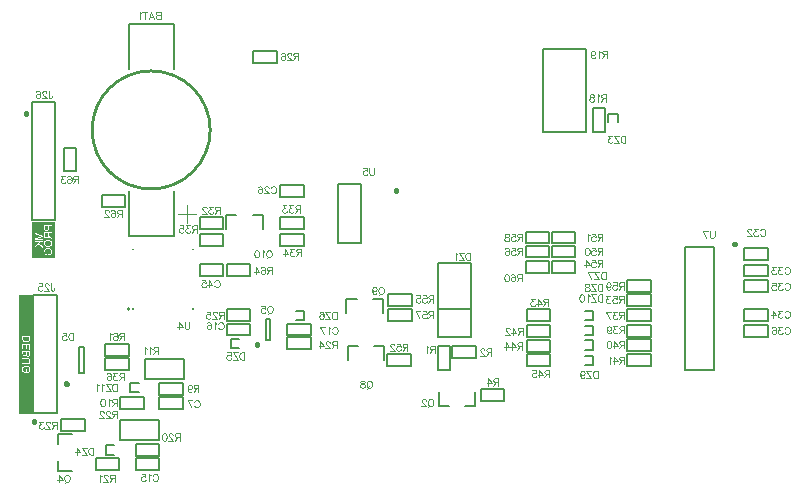
<source format=gbo>
G04*
G04 #@! TF.GenerationSoftware,Altium Limited,Altium Designer,21.9.2 (33)*
G04*
G04 Layer_Color=32896*
%FSLAX43Y43*%
%MOMM*%
G71*
G04*
G04 #@! TF.SameCoordinates,9D24D331-474F-48DA-8462-8B92FA671CE3*
G04*
G04*
G04 #@! TF.FilePolarity,Positive*
G04*
G01*
G75*
%ADD10C,0.254*%
%ADD14C,0.127*%
%ADD15C,0.100*%
%ADD16C,0.102*%
%ADD17C,0.381*%
%ADD131C,0.200*%
G36*
X3466Y26740D02*
X2409D01*
X1505D01*
Y29796D01*
X2409D01*
X3466D01*
Y26740D01*
D02*
G37*
G36*
X1623Y13536D02*
X434D01*
Y23663D01*
X1623D01*
Y13536D01*
D02*
G37*
%LPC*%
G36*
X3201Y29542D02*
X2550D01*
Y29046D01*
Y29275D01*
X2551Y29261D01*
X2552Y29245D01*
X2553Y29228D01*
X2555Y29212D01*
X2557Y29198D01*
Y29196D01*
X2559Y29190D01*
X2561Y29181D01*
X2564Y29170D01*
X2568Y29158D01*
X2574Y29145D01*
X2580Y29131D01*
X2588Y29118D01*
X2589Y29117D01*
X2592Y29113D01*
X2597Y29107D01*
X2604Y29100D01*
X2612Y29091D01*
X2624Y29083D01*
X2636Y29073D01*
X2650Y29066D01*
X2652Y29065D01*
X2657Y29063D01*
X2665Y29059D01*
X2676Y29056D01*
X2689Y29053D01*
X2704Y29049D01*
X2721Y29047D01*
X2739Y29046D01*
X2550D01*
X2747D01*
X2753Y29047D01*
X2760Y29048D01*
X2768Y29049D01*
X2778Y29051D01*
X2788Y29053D01*
X2810Y29059D01*
X2821Y29063D01*
X2833Y29069D01*
X2845Y29075D01*
X2857Y29082D01*
X2868Y29090D01*
X2879Y29100D01*
X2880Y29101D01*
X2882Y29102D01*
X2885Y29105D01*
X2888Y29110D01*
X2892Y29116D01*
X2897Y29123D01*
X2903Y29133D01*
X2907Y29143D01*
X2913Y29155D01*
X2919Y29169D01*
X2923Y29184D01*
X2927Y29202D01*
X2931Y29221D01*
X2934Y29242D01*
X2936Y29265D01*
X2937Y29290D01*
Y29456D01*
X3201D01*
Y29542D01*
D02*
G37*
G36*
Y28935D02*
X2550D01*
Y28364D01*
D01*
Y28634D01*
X2551Y28626D01*
Y28618D01*
X2552Y28598D01*
X2555Y28577D01*
X2558Y28555D01*
X2563Y28534D01*
X2565Y28524D01*
X2568Y28515D01*
Y28514D01*
X2569Y28513D01*
X2572Y28508D01*
X2576Y28499D01*
X2582Y28489D01*
X2591Y28478D01*
X2602Y28465D01*
X2615Y28454D01*
X2630Y28443D01*
X2631D01*
X2632Y28442D01*
X2638Y28438D01*
X2647Y28434D01*
X2659Y28429D01*
X2673Y28424D01*
X2690Y28419D01*
X2708Y28416D01*
X2728Y28416D01*
X2729D01*
X2731D01*
X2735D01*
X2739Y28416D01*
X2746D01*
X2752Y28417D01*
X2768Y28421D01*
X2787Y28427D01*
X2807Y28434D01*
X2827Y28446D01*
X2836Y28453D01*
X2845Y28461D01*
X2846Y28462D01*
X2847Y28462D01*
X2850Y28465D01*
X2853Y28469D01*
X2857Y28474D01*
X2861Y28479D01*
X2865Y28487D01*
X2871Y28494D01*
X2876Y28504D01*
X2880Y28514D01*
X2886Y28525D01*
X2891Y28538D01*
X2894Y28552D01*
X2899Y28566D01*
X2902Y28582D01*
X2905Y28599D01*
X2906Y28597D01*
X2907Y28593D01*
X2911Y28587D01*
X2915Y28580D01*
X2925Y28563D01*
X2932Y28555D01*
X2938Y28547D01*
X2939Y28545D01*
X2944Y28540D01*
X2952Y28533D01*
X2961Y28524D01*
X2974Y28513D01*
X2988Y28501D01*
X3005Y28489D01*
X3024Y28476D01*
X3201Y28364D01*
Y28471D01*
X3065Y28556D01*
X3064D01*
X3063Y28558D01*
X3060Y28560D01*
X3056Y28563D01*
X3046Y28570D01*
X3032Y28578D01*
X3018Y28588D01*
X3003Y28599D01*
X2989Y28609D01*
X2976Y28618D01*
X2975Y28619D01*
X2971Y28622D01*
X2966Y28627D01*
X2959Y28634D01*
X2945Y28648D01*
X2939Y28655D01*
X2933Y28663D01*
X2932Y28664D01*
X2931Y28665D01*
X2929Y28669D01*
X2926Y28675D01*
X2923Y28681D01*
X2921Y28687D01*
X2916Y28702D01*
Y28703D01*
X2915Y28705D01*
Y28709D01*
X2914Y28713D01*
X2913Y28720D01*
Y28728D01*
X2912Y28738D01*
Y28849D01*
X3201D01*
Y28935D01*
D02*
G37*
G36*
X2409Y28915D02*
X1759D01*
Y28295D01*
X2409D01*
Y28377D01*
X1865D01*
X2409Y28567D01*
Y28644D01*
X1855Y28832D01*
X2409D01*
Y28915D01*
D02*
G37*
G36*
X2885Y28306D02*
X2877D01*
X2869Y28306D01*
X2858D01*
X2845Y28304D01*
X2829Y28302D01*
X2811Y28299D01*
X2792Y28295D01*
X2772Y28291D01*
X2751Y28286D01*
X2731Y28278D01*
X2709Y28270D01*
X2689Y28260D01*
X2668Y28248D01*
X2649Y28235D01*
X2631Y28220D01*
X2630Y28219D01*
X2627Y28216D01*
X2623Y28211D01*
X2617Y28204D01*
X2610Y28196D01*
X2602Y28185D01*
X2594Y28173D01*
X2585Y28159D01*
X2577Y28144D01*
X2568Y28127D01*
X2561Y28108D01*
X2553Y28088D01*
X2548Y28067D01*
X2543Y28044D01*
X2540Y28021D01*
X2539Y27995D01*
Y28306D01*
Y27684D01*
X3212D01*
D01*
X2887D01*
X2894Y27685D01*
X2903D01*
X2913Y27686D01*
X2924Y27688D01*
X2937Y27689D01*
X2964Y27694D01*
X2994Y27701D01*
X3024Y27712D01*
X3039Y27717D01*
X3054Y27725D01*
X3055D01*
X3058Y27727D01*
X3062Y27729D01*
X3067Y27732D01*
X3074Y27736D01*
X3080Y27741D01*
X3098Y27754D01*
X3117Y27770D01*
X3137Y27789D01*
X3156Y27811D01*
X3173Y27838D01*
Y27838D01*
X3174Y27840D01*
X3176Y27845D01*
X3179Y27851D01*
X3182Y27857D01*
X3185Y27865D01*
X3188Y27874D01*
X3192Y27885D01*
X3196Y27896D01*
X3200Y27908D01*
X3205Y27935D01*
X3210Y27964D01*
X3212Y27995D01*
Y28005D01*
X3211Y28010D01*
Y28019D01*
X3209Y28028D01*
X3208Y28039D01*
X3206Y28051D01*
X3201Y28076D01*
X3193Y28103D01*
X3182Y28132D01*
X3175Y28146D01*
X3168Y28160D01*
X3167Y28161D01*
X3166Y28163D01*
X3163Y28166D01*
X3159Y28172D01*
X3156Y28178D01*
X3150Y28184D01*
X3136Y28200D01*
X3119Y28218D01*
X3098Y28237D01*
X3075Y28254D01*
X3048Y28270D01*
X3047D01*
X3044Y28272D01*
X3040Y28274D01*
X3034Y28275D01*
X3027Y28278D01*
X3018Y28281D01*
X3009Y28285D01*
X2999Y28288D01*
X2986Y28291D01*
X2974Y28295D01*
X2946Y28301D01*
X2917Y28305D01*
X2885Y28306D01*
D02*
G37*
G36*
X2409Y28158D02*
X1759D01*
Y27621D01*
D01*
Y27633D01*
X2023Y27906D01*
X2409Y27621D01*
Y27735D01*
X2081Y27966D01*
X2183Y28072D01*
X2409D01*
Y28158D01*
D02*
G37*
G36*
X2879Y27596D02*
X2870D01*
X2863Y27595D01*
X2855D01*
X2845Y27594D01*
X2834Y27592D01*
X2822Y27591D01*
X2809Y27588D01*
X2795Y27587D01*
X2765Y27579D01*
X2734Y27570D01*
X2703Y27557D01*
X2702Y27556D01*
X2699Y27555D01*
X2695Y27553D01*
X2689Y27549D01*
X2682Y27545D01*
X2674Y27541D01*
X2657Y27527D01*
X2636Y27511D01*
X2616Y27492D01*
X2596Y27469D01*
X2588Y27456D01*
X2579Y27443D01*
X2579Y27442D01*
X2578Y27439D01*
X2576Y27435D01*
X2573Y27430D01*
X2570Y27422D01*
X2566Y27414D01*
X2563Y27404D01*
X2559Y27393D01*
X2555Y27381D01*
X2552Y27368D01*
X2548Y27354D01*
X2546Y27338D01*
X2541Y27306D01*
X2539Y27289D01*
Y27596D01*
Y26994D01*
X3212D01*
D01*
X3110D01*
X3111Y26995D01*
X3112Y26996D01*
X3115Y27000D01*
X3119Y27005D01*
X3123Y27010D01*
X3127Y27017D01*
X3133Y27026D01*
X3139Y27034D01*
X3151Y27054D01*
X3164Y27076D01*
X3176Y27100D01*
X3187Y27125D01*
Y27126D01*
X3188Y27128D01*
X3188Y27132D01*
X3190Y27136D01*
X3192Y27143D01*
X3195Y27151D01*
X3197Y27159D01*
X3199Y27167D01*
X3204Y27188D01*
X3208Y27212D01*
X3211Y27237D01*
X3212Y27263D01*
Y27280D01*
Y27273D01*
X3211Y27279D01*
Y27288D01*
X3210Y27298D01*
X3208Y27309D01*
X3207Y27322D01*
X3202Y27349D01*
X3195Y27378D01*
X3185Y27408D01*
X3179Y27423D01*
X3172Y27438D01*
X3171Y27439D01*
X3170Y27442D01*
X3167Y27446D01*
X3164Y27451D01*
X3159Y27458D01*
X3155Y27464D01*
X3141Y27482D01*
X3125Y27501D01*
X3104Y27521D01*
X3080Y27540D01*
X3053Y27557D01*
X3052D01*
X3049Y27558D01*
X3046Y27560D01*
X3039Y27563D01*
X3032Y27566D01*
X3023Y27569D01*
X3014Y27573D01*
X3002Y27576D01*
X2990Y27580D01*
X2976Y27584D01*
X2962Y27587D01*
X2947Y27589D01*
X2914Y27594D01*
X2879Y27596D01*
D02*
G37*
%LPD*%
G36*
X2860Y29281D02*
X2859Y29274D01*
Y29268D01*
X2858Y29260D01*
X2856Y29243D01*
X2852Y29223D01*
X2846Y29203D01*
X2839Y29185D01*
X2834Y29177D01*
X2829Y29170D01*
X2827Y29168D01*
X2823Y29165D01*
X2815Y29159D01*
X2806Y29152D01*
X2794Y29146D01*
X2779Y29140D01*
X2762Y29136D01*
X2742Y29134D01*
X2741D01*
X2740D01*
X2736D01*
X2727Y29135D01*
X2718Y29137D01*
X2707Y29139D01*
X2695Y29143D01*
X2684Y29149D01*
X2673Y29155D01*
X2672Y29156D01*
X2668Y29159D01*
X2663Y29164D01*
X2657Y29169D01*
X2650Y29178D01*
X2644Y29187D01*
X2639Y29197D01*
X2634Y29210D01*
Y29211D01*
X2633Y29214D01*
X2632Y29220D01*
X2630Y29227D01*
X2629Y29239D01*
X2628Y29253D01*
X2627Y29270D01*
Y29456D01*
X2860D01*
Y29281D01*
D02*
G37*
G36*
X2838Y28655D02*
X2837Y28644D01*
X2836Y28631D01*
X2835Y28616D01*
X2833Y28601D01*
X2830Y28586D01*
X2827Y28572D01*
X2826Y28571D01*
X2824Y28567D01*
X2821Y28561D01*
X2817Y28554D01*
X2812Y28545D01*
X2805Y28537D01*
X2797Y28528D01*
X2787Y28522D01*
X2786Y28521D01*
X2783Y28519D01*
X2777Y28516D01*
X2769Y28512D01*
X2761Y28509D01*
X2751Y28507D01*
X2740Y28505D01*
X2729Y28504D01*
X2728D01*
X2727D01*
X2721Y28505D01*
X2713Y28506D01*
X2702Y28508D01*
X2690Y28512D01*
X2677Y28518D01*
X2665Y28526D01*
X2653Y28538D01*
X2652Y28540D01*
X2648Y28544D01*
X2643Y28552D01*
X2638Y28564D01*
X2632Y28578D01*
X2627Y28597D01*
X2624Y28618D01*
X2623Y28644D01*
Y28849D01*
X2838D01*
Y28655D01*
D02*
G37*
G36*
X2220Y28632D02*
X2221D01*
X2223Y28631D01*
X2226Y28630D01*
X2230Y28628D01*
X2242Y28625D01*
X2256Y28620D01*
X2272Y28615D01*
X2288Y28610D01*
X2303Y28605D01*
X2316Y28601D01*
X2314Y28600D01*
X2309Y28599D01*
X2301Y28596D01*
X2290Y28593D01*
X2275Y28588D01*
X2257Y28581D01*
X2236Y28575D01*
X2212Y28566D01*
X1759Y28410D01*
Y28786D01*
X2220Y28632D01*
D02*
G37*
G36*
X2906Y28217D02*
X2915Y28216D01*
X2926Y28214D01*
X2939Y28212D01*
X2953Y28211D01*
X2983Y28203D01*
X2998Y28197D01*
X3014Y28192D01*
X3029Y28184D01*
X3044Y28176D01*
X3058Y28166D01*
X3071Y28155D01*
X3072Y28154D01*
X3074Y28152D01*
X3078Y28149D01*
X3081Y28144D01*
X3087Y28137D01*
X3093Y28130D01*
X3098Y28121D01*
X3105Y28112D01*
X3111Y28101D01*
X3117Y28088D01*
X3123Y28075D01*
X3128Y28061D01*
X3132Y28046D01*
X3136Y28031D01*
X3138Y28014D01*
X3139Y27996D01*
Y27992D01*
X3138Y27987D01*
Y27980D01*
X3137Y27972D01*
X3135Y27963D01*
X3133Y27951D01*
X3130Y27940D01*
X3126Y27927D01*
X3122Y27915D01*
X3117Y27900D01*
X3110Y27887D01*
X3102Y27874D01*
X3094Y27861D01*
X3083Y27848D01*
X3071Y27836D01*
X3070Y27835D01*
X3068Y27833D01*
X3063Y27830D01*
X3058Y27825D01*
X3051Y27821D01*
X3043Y27816D01*
X3032Y27810D01*
X3021Y27804D01*
X3008Y27798D01*
X2993Y27792D01*
X2977Y27788D01*
X2960Y27782D01*
X2941Y27778D01*
X2921Y27775D01*
X2899Y27774D01*
X2876Y27773D01*
X2876D01*
X2873D01*
X2869D01*
X2863D01*
X2857Y27774D01*
X2848D01*
X2840Y27775D01*
X2829Y27776D01*
X2808Y27779D01*
X2785Y27784D01*
X2761Y27791D01*
X2738Y27800D01*
X2737D01*
X2736Y27801D01*
X2733Y27803D01*
X2729Y27805D01*
X2718Y27811D01*
X2704Y27820D01*
X2689Y27831D01*
X2674Y27845D01*
X2659Y27861D01*
X2646Y27879D01*
Y27880D01*
X2644Y27881D01*
X2643Y27884D01*
X2641Y27888D01*
X2639Y27893D01*
X2636Y27899D01*
X2629Y27913D01*
X2624Y27930D01*
X2618Y27949D01*
X2614Y27972D01*
X2613Y27995D01*
Y28004D01*
X2614Y28010D01*
X2615Y28019D01*
X2617Y28027D01*
X2619Y28038D01*
X2621Y28049D01*
X2628Y28073D01*
X2634Y28087D01*
X2640Y28100D01*
X2647Y28114D01*
X2656Y28127D01*
X2665Y28140D01*
X2676Y28152D01*
X2677Y28153D01*
X2679Y28155D01*
X2683Y28158D01*
X2689Y28163D01*
X2695Y28167D01*
X2704Y28173D01*
X2714Y28179D01*
X2726Y28185D01*
X2739Y28191D01*
X2755Y28197D01*
X2772Y28203D01*
X2791Y28208D01*
X2812Y28212D01*
X2835Y28215D01*
X2860Y28217D01*
X2886Y28218D01*
X2887D01*
X2891D01*
X2897D01*
X2906Y28217D01*
D02*
G37*
G36*
X2540Y27980D02*
Y27972D01*
X2541Y27963D01*
X2543Y27952D01*
X2545Y27941D01*
X2549Y27916D01*
X2557Y27888D01*
X2568Y27861D01*
X2575Y27847D01*
X2582Y27833D01*
X2583Y27832D01*
X2584Y27830D01*
X2587Y27826D01*
X2590Y27821D01*
X2595Y27815D01*
X2600Y27807D01*
X2613Y27791D01*
X2630Y27775D01*
X2651Y27756D01*
X2675Y27738D01*
X2703Y27723D01*
X2704D01*
X2706Y27721D01*
X2710Y27719D01*
X2716Y27717D01*
X2723Y27713D01*
X2732Y27711D01*
X2742Y27707D01*
X2753Y27703D01*
X2766Y27700D01*
X2779Y27697D01*
X2794Y27693D01*
X2809Y27690D01*
X2842Y27686D01*
X2877Y27684D01*
X2539D01*
Y27987D01*
X2540Y27980D01*
D02*
G37*
G36*
X1759Y27751D02*
Y28072D01*
X2082D01*
X1759Y27751D01*
D02*
G37*
G36*
X2888Y27507D02*
X2895D01*
X2905Y27506D01*
X2914Y27505D01*
X2924Y27504D01*
X2948Y27500D01*
X2972Y27495D01*
X2997Y27488D01*
X3020Y27479D01*
X3021D01*
X3023Y27477D01*
X3026Y27476D01*
X3030Y27473D01*
X3040Y27466D01*
X3053Y27456D01*
X3067Y27444D01*
X3081Y27429D01*
X3095Y27411D01*
X3107Y27391D01*
Y27390D01*
X3108Y27388D01*
X3110Y27385D01*
X3111Y27381D01*
X3113Y27376D01*
X3115Y27369D01*
X3121Y27354D01*
X3126Y27336D01*
X3130Y27315D01*
X3134Y27292D01*
X3135Y27269D01*
Y27260D01*
X3134Y27254D01*
Y27248D01*
X3132Y27234D01*
X3130Y27217D01*
X3126Y27199D01*
X3121Y27180D01*
X3114Y27160D01*
Y27159D01*
X3113Y27157D01*
X3112Y27155D01*
X3110Y27151D01*
X3106Y27141D01*
X3100Y27130D01*
X3094Y27117D01*
X3086Y27103D01*
X3078Y27089D01*
X3068Y27078D01*
X2946D01*
Y27270D01*
X2869D01*
Y26994D01*
X2539D01*
Y27259D01*
X2540Y27253D01*
Y27245D01*
X2542Y27228D01*
X2545Y27208D01*
X2549Y27187D01*
X2555Y27165D01*
X2563Y27143D01*
Y27142D01*
X2564Y27140D01*
X2564Y27137D01*
X2566Y27134D01*
X2572Y27123D01*
X2579Y27110D01*
X2588Y27096D01*
X2599Y27081D01*
X2611Y27067D01*
X2626Y27054D01*
X2628Y27052D01*
X2634Y27048D01*
X2642Y27042D01*
X2655Y27035D01*
X2670Y27027D01*
X2689Y27019D01*
X2709Y27010D01*
X2733Y27004D01*
X2753Y27082D01*
X2752D01*
X2751Y27083D01*
X2749Y27084D01*
X2745Y27085D01*
X2736Y27088D01*
X2725Y27091D01*
X2712Y27097D01*
X2700Y27104D01*
X2687Y27110D01*
X2675Y27119D01*
X2674Y27120D01*
X2671Y27122D01*
X2666Y27128D01*
X2659Y27135D01*
X2652Y27143D01*
X2644Y27154D01*
X2637Y27167D01*
X2630Y27181D01*
X2629Y27182D01*
X2627Y27187D01*
X2625Y27196D01*
X2621Y27207D01*
X2618Y27220D01*
X2615Y27235D01*
X2613Y27252D01*
X2612Y27270D01*
Y27280D01*
X2613Y27285D01*
Y27291D01*
X2614Y27305D01*
X2617Y27321D01*
X2620Y27338D01*
X2625Y27355D01*
X2631Y27372D01*
X2632Y27374D01*
X2634Y27380D01*
X2639Y27387D01*
X2643Y27397D01*
X2651Y27408D01*
X2658Y27420D01*
X2668Y27432D01*
X2678Y27442D01*
X2679Y27443D01*
X2683Y27447D01*
X2689Y27451D01*
X2697Y27457D01*
X2706Y27463D01*
X2718Y27470D01*
X2730Y27477D01*
X2743Y27483D01*
X2744D01*
X2746Y27484D01*
X2749Y27485D01*
X2753Y27487D01*
X2759Y27489D01*
X2766Y27491D01*
X2773Y27494D01*
X2782Y27495D01*
X2801Y27500D01*
X2824Y27504D01*
X2847Y27507D01*
X2874Y27508D01*
X2875D01*
X2877D01*
X2882D01*
X2888Y27507D01*
D02*
G37*
%LPC*%
G36*
X1354Y20152D02*
X704D01*
Y19614D01*
X1354D01*
X1038D01*
X1045Y19615D01*
X1052D01*
X1070Y19616D01*
X1091Y19619D01*
X1112Y19622D01*
X1135Y19626D01*
X1157Y19632D01*
X1158D01*
X1160Y19633D01*
X1163Y19634D01*
X1167Y19635D01*
X1177Y19639D01*
X1190Y19644D01*
X1205Y19650D01*
X1220Y19657D01*
X1236Y19667D01*
X1251Y19676D01*
X1253Y19677D01*
X1258Y19681D01*
X1265Y19687D01*
X1273Y19694D01*
X1282Y19703D01*
X1292Y19713D01*
X1302Y19723D01*
X1311Y19735D01*
X1312Y19737D01*
X1314Y19741D01*
X1318Y19748D01*
X1323Y19757D01*
X1328Y19768D01*
X1333Y19781D01*
X1339Y19797D01*
X1344Y19813D01*
Y19815D01*
X1344Y19818D01*
X1345Y19821D01*
X1346Y19830D01*
X1348Y19844D01*
X1350Y19859D01*
X1352Y19876D01*
X1353Y19896D01*
X1354Y19918D01*
Y20152D01*
D02*
G37*
G36*
Y19495D02*
X704D01*
Y19024D01*
X781D01*
Y19408D01*
X979D01*
Y19048D01*
X1056D01*
Y19408D01*
X1277D01*
Y19009D01*
X704D01*
D01*
X1354D01*
Y19495D01*
D02*
G37*
G36*
Y18893D02*
X704D01*
Y18638D01*
X704Y18631D01*
Y18624D01*
X706Y18607D01*
X708Y18588D01*
X712Y18568D01*
X717Y18548D01*
X723Y18531D01*
Y18530D01*
X724Y18529D01*
X727Y18523D01*
X732Y18515D01*
X738Y18505D01*
X747Y18494D01*
X757Y18482D01*
X770Y18470D01*
X784Y18460D01*
X786Y18459D01*
X792Y18456D01*
X799Y18452D01*
X811Y18447D01*
X824Y18442D01*
X838Y18438D01*
X854Y18435D01*
X870Y18434D01*
X872D01*
X876D01*
X885Y18435D01*
X895Y18437D01*
X907Y18439D01*
X921Y18444D01*
X934Y18450D01*
X948Y18457D01*
X950Y18458D01*
X953Y18461D01*
X961Y18467D01*
X969Y18474D01*
X978Y18484D01*
X988Y18495D01*
X998Y18509D01*
X1007Y18525D01*
Y18524D01*
X1008Y18522D01*
X1009Y18519D01*
X1011Y18516D01*
X1015Y18504D01*
X1021Y18491D01*
X1030Y18477D01*
X1040Y18461D01*
X1052Y18447D01*
X1067Y18434D01*
X1069Y18433D01*
X1075Y18429D01*
X1083Y18423D01*
X1094Y18418D01*
X1110Y18412D01*
X1125Y18407D01*
X1144Y18403D01*
X1165Y18402D01*
X704D01*
D01*
X1172D01*
X1182Y18403D01*
X1193Y18405D01*
X1206Y18407D01*
X1220Y18410D01*
X1235Y18415D01*
X1250Y18422D01*
X1252Y18423D01*
X1257Y18425D01*
X1264Y18429D01*
X1273Y18435D01*
X1282Y18442D01*
X1293Y18450D01*
X1303Y18459D01*
X1312Y18470D01*
X1312Y18470D01*
X1315Y18474D01*
X1319Y18481D01*
X1323Y18489D01*
X1328Y18500D01*
X1334Y18512D01*
X1339Y18525D01*
X1344Y18541D01*
Y18543D01*
X1345Y18548D01*
X1346Y18558D01*
X1348Y18570D01*
X1350Y18585D01*
X1352Y18603D01*
X1353Y18623D01*
X1354Y18645D01*
Y18442D01*
Y18893D01*
D02*
G37*
G36*
X1098Y18283D02*
X704D01*
Y17771D01*
X1365D01*
D01*
X1095D01*
X1104Y17772D01*
X1113D01*
X1125Y17773D01*
X1136Y17774D01*
X1161Y17777D01*
X1188Y17781D01*
X1213Y17786D01*
X1225Y17790D01*
X1236Y17794D01*
X1237D01*
X1239Y17795D01*
X1242Y17797D01*
X1246Y17799D01*
X1256Y17804D01*
X1269Y17813D01*
X1284Y17824D01*
X1299Y17837D01*
X1315Y17854D01*
X1329Y17875D01*
Y17876D01*
X1331Y17877D01*
X1332Y17880D01*
X1335Y17885D01*
X1338Y17891D01*
X1341Y17898D01*
X1344Y17906D01*
X1347Y17915D01*
X1351Y17925D01*
X1354Y17937D01*
X1357Y17949D01*
X1359Y17963D01*
X1361Y17977D01*
X1363Y17992D01*
X1365Y18026D01*
Y18034D01*
X1364Y18041D01*
Y18049D01*
X1363Y18058D01*
X1362Y18068D01*
X1361Y18079D01*
X1358Y18102D01*
X1352Y18127D01*
X1344Y18152D01*
X1334Y18175D01*
Y18176D01*
X1332Y18178D01*
X1330Y18181D01*
X1328Y18185D01*
X1321Y18195D01*
X1311Y18207D01*
X1297Y18221D01*
X1282Y18235D01*
X1264Y18248D01*
X1243Y18258D01*
X1242D01*
X1240Y18259D01*
X1236Y18260D01*
X1232Y18262D01*
X1226Y18264D01*
X1219Y18266D01*
X1210Y18268D01*
X1200Y18270D01*
X1188Y18272D01*
X1176Y18275D01*
X1163Y18277D01*
X1149Y18279D01*
X1133Y18281D01*
X1116Y18282D01*
X1098Y18283D01*
D02*
G37*
G36*
X1032Y17650D02*
X1023D01*
X1016Y17649D01*
X1008D01*
X998Y17648D01*
X987Y17646D01*
X975Y17645D01*
X962Y17643D01*
X948Y17641D01*
X918Y17633D01*
X887Y17624D01*
X856Y17611D01*
X855Y17610D01*
X852Y17609D01*
X848Y17607D01*
X843Y17603D01*
X835Y17599D01*
X828Y17595D01*
X810Y17581D01*
X789Y17565D01*
X769Y17546D01*
X750Y17523D01*
X741Y17510D01*
X733Y17497D01*
X732Y17496D01*
X731Y17493D01*
X729Y17489D01*
X726Y17484D01*
X723Y17476D01*
X719Y17468D01*
X716Y17458D01*
X712Y17447D01*
X708Y17435D01*
X705Y17422D01*
X702Y17408D01*
X699Y17393D01*
X694Y17360D01*
X692Y17343D01*
Y17650D01*
Y17048D01*
D01*
Y17313D01*
X693Y17307D01*
Y17299D01*
X695Y17282D01*
X698Y17262D01*
X703Y17241D01*
X708Y17219D01*
X716Y17197D01*
Y17196D01*
X717Y17194D01*
X718Y17191D01*
X719Y17188D01*
X725Y17177D01*
X732Y17164D01*
X741Y17150D01*
X752Y17135D01*
X765Y17121D01*
X780Y17108D01*
X782Y17106D01*
X787Y17102D01*
X796Y17096D01*
X808Y17089D01*
X823Y17081D01*
X842Y17073D01*
X862Y17065D01*
X886Y17058D01*
X907Y17136D01*
X906D01*
X905Y17137D01*
X902Y17138D01*
X898Y17139D01*
X890Y17142D01*
X878Y17145D01*
X865Y17151D01*
X853Y17158D01*
X840Y17164D01*
X829Y17173D01*
X828Y17174D01*
X824Y17176D01*
X819Y17182D01*
X813Y17189D01*
X805Y17197D01*
X797Y17208D01*
X790Y17221D01*
X783Y17235D01*
X782Y17237D01*
X781Y17241D01*
X778Y17250D01*
X774Y17261D01*
X771Y17274D01*
X768Y17289D01*
X766Y17306D01*
X766Y17324D01*
Y17334D01*
X766Y17339D01*
Y17345D01*
X767Y17359D01*
X770Y17375D01*
X773Y17393D01*
X778Y17409D01*
X784Y17426D01*
X785Y17428D01*
X787Y17434D01*
X792Y17441D01*
X797Y17451D01*
X804Y17462D01*
X812Y17474D01*
X821Y17486D01*
X831Y17496D01*
X832Y17497D01*
X836Y17501D01*
X843Y17505D01*
X850Y17511D01*
X860Y17518D01*
X871Y17524D01*
X883Y17531D01*
X896Y17537D01*
X897D01*
X899Y17538D01*
X902Y17539D01*
X907Y17541D01*
X912Y17543D01*
X919Y17545D01*
X926Y17548D01*
X935Y17549D01*
X954Y17554D01*
X977Y17558D01*
X1000Y17561D01*
X1027Y17562D01*
X1028D01*
X1031D01*
X1035D01*
X1041Y17561D01*
X1048D01*
X1058Y17560D01*
X1067Y17559D01*
X1078Y17558D01*
X1101Y17554D01*
X1125Y17549D01*
X1150Y17542D01*
X1173Y17533D01*
X1174D01*
X1176Y17531D01*
X1179Y17530D01*
X1183Y17527D01*
X1193Y17520D01*
X1206Y17510D01*
X1220Y17498D01*
X1235Y17483D01*
X1248Y17465D01*
X1260Y17445D01*
Y17444D01*
X1261Y17442D01*
X1263Y17440D01*
X1265Y17435D01*
X1266Y17430D01*
X1268Y17424D01*
X1274Y17409D01*
X1279Y17390D01*
X1283Y17369D01*
X1287Y17346D01*
X1288Y17323D01*
Y17314D01*
X1287Y17308D01*
Y17302D01*
X1285Y17288D01*
X1283Y17271D01*
X1280Y17253D01*
X1274Y17234D01*
X1267Y17214D01*
Y17213D01*
X1266Y17211D01*
X1266Y17209D01*
X1264Y17205D01*
X1259Y17195D01*
X1253Y17184D01*
X1247Y17171D01*
X1239Y17157D01*
X1231Y17143D01*
X1221Y17132D01*
X1099D01*
Y17324D01*
X1022D01*
Y17048D01*
X692D01*
X1365D01*
D01*
X1264D01*
X1265Y17049D01*
X1266Y17050D01*
X1268Y17054D01*
X1272Y17059D01*
X1276Y17065D01*
X1281Y17071D01*
X1286Y17080D01*
X1292Y17088D01*
X1304Y17108D01*
X1317Y17130D01*
X1329Y17154D01*
X1340Y17179D01*
Y17180D01*
X1341Y17182D01*
X1342Y17186D01*
X1344Y17190D01*
X1345Y17197D01*
X1348Y17205D01*
X1350Y17213D01*
X1352Y17221D01*
X1357Y17242D01*
X1361Y17266D01*
X1364Y17291D01*
X1365Y17317D01*
Y17334D01*
Y17327D01*
X1364Y17333D01*
Y17342D01*
X1363Y17352D01*
X1361Y17363D01*
X1360Y17376D01*
X1355Y17403D01*
X1348Y17432D01*
X1338Y17462D01*
X1332Y17477D01*
X1325Y17492D01*
X1324Y17493D01*
X1323Y17496D01*
X1320Y17500D01*
X1317Y17505D01*
X1312Y17512D01*
X1308Y17518D01*
X1295Y17536D01*
X1278Y17555D01*
X1257Y17575D01*
X1234Y17594D01*
X1206Y17611D01*
X1205D01*
X1203Y17612D01*
X1199Y17614D01*
X1192Y17617D01*
X1186Y17620D01*
X1176Y17623D01*
X1167Y17627D01*
X1156Y17630D01*
X1143Y17634D01*
X1129Y17638D01*
X1115Y17641D01*
X1100Y17643D01*
X1067Y17648D01*
X1032Y17650D01*
D02*
G37*
%LPD*%
G36*
X1277Y19911D02*
X1276Y19905D01*
X1275Y19891D01*
X1274Y19875D01*
X1272Y19858D01*
X1269Y19841D01*
X1266Y19827D01*
X1265Y19825D01*
X1264Y19820D01*
X1261Y19813D01*
X1257Y19805D01*
X1251Y19796D01*
X1246Y19786D01*
X1239Y19777D01*
X1232Y19767D01*
X1230Y19766D01*
X1226Y19763D01*
X1219Y19757D01*
X1210Y19750D01*
X1198Y19743D01*
X1184Y19735D01*
X1168Y19727D01*
X1150Y19720D01*
X1149D01*
X1147Y19719D01*
X1144Y19719D01*
X1141Y19718D01*
X1136Y19717D01*
X1129Y19715D01*
X1123Y19713D01*
X1115Y19711D01*
X1096Y19708D01*
X1075Y19705D01*
X1050Y19703D01*
X1024Y19703D01*
X1023D01*
X1019D01*
X1015D01*
X1007Y19703D01*
X999D01*
X989Y19704D01*
X978Y19705D01*
X967Y19706D01*
X941Y19711D01*
X915Y19717D01*
X891Y19725D01*
X878Y19731D01*
X868Y19736D01*
X867D01*
X865Y19738D01*
X862Y19740D01*
X859Y19742D01*
X849Y19750D01*
X838Y19759D01*
X826Y19771D01*
X813Y19785D01*
X803Y19801D01*
X795Y19818D01*
X794Y19820D01*
X793Y19825D01*
X790Y19833D01*
X787Y19845D01*
X785Y19860D01*
X782Y19879D01*
X782Y19891D01*
Y19903D01*
X781Y19915D01*
Y20065D01*
X1277D01*
Y19911D01*
D02*
G37*
G36*
X704Y19885D02*
X705Y19866D01*
X707Y19847D01*
X710Y19828D01*
X713Y19813D01*
Y19812D01*
X714Y19810D01*
Y19807D01*
X716Y19803D01*
X719Y19793D01*
X723Y19780D01*
X730Y19765D01*
X738Y19749D01*
X748Y19733D01*
X760Y19718D01*
X761Y19717D01*
X762Y19716D01*
X765Y19713D01*
X767Y19709D01*
X777Y19700D01*
X790Y19688D01*
X806Y19676D01*
X825Y19663D01*
X846Y19651D01*
X871Y19641D01*
X872D01*
X874Y19640D01*
X877Y19638D01*
X883Y19637D01*
X890Y19634D01*
X897Y19632D01*
X906Y19630D01*
X916Y19627D01*
X926Y19625D01*
X938Y19623D01*
X965Y19618D01*
X994Y19615D01*
X1026Y19614D01*
X704D01*
Y19902D01*
X704Y19885D01*
D02*
G37*
G36*
X976Y18647D02*
X975Y18635D01*
X974Y18622D01*
X973Y18609D01*
X971Y18595D01*
X969Y18585D01*
X969Y18583D01*
X968Y18579D01*
X965Y18574D01*
X961Y18566D01*
X957Y18559D01*
X952Y18550D01*
X944Y18542D01*
X937Y18535D01*
X936Y18534D01*
X933Y18532D01*
X927Y18530D01*
X921Y18527D01*
X913Y18524D01*
X904Y18521D01*
X892Y18519D01*
X880Y18518D01*
X878D01*
X875D01*
X869Y18519D01*
X861Y18520D01*
X852Y18522D01*
X843Y18525D01*
X833Y18529D01*
X824Y18534D01*
X823Y18535D01*
X820Y18537D01*
X815Y18541D01*
X811Y18546D01*
X805Y18552D01*
X799Y18560D01*
X794Y18569D01*
X790Y18579D01*
Y18580D01*
X788Y18585D01*
X787Y18592D01*
X785Y18602D01*
X783Y18616D01*
X782Y18632D01*
X781Y18653D01*
Y18807D01*
X976D01*
Y18647D01*
D02*
G37*
G36*
X1277Y18622D02*
X1276Y18602D01*
X1275Y18594D01*
X1274Y18586D01*
Y18585D01*
X1273Y18581D01*
X1272Y18576D01*
X1270Y18569D01*
X1265Y18553D01*
X1257Y18537D01*
X1256Y18536D01*
X1254Y18533D01*
X1251Y18530D01*
X1248Y18525D01*
X1242Y18520D01*
X1236Y18514D01*
X1229Y18509D01*
X1220Y18503D01*
X1219Y18502D01*
X1217Y18501D01*
X1211Y18500D01*
X1204Y18497D01*
X1197Y18494D01*
X1188Y18492D01*
X1176Y18491D01*
X1165Y18490D01*
X1163D01*
X1159D01*
X1152Y18491D01*
X1143Y18493D01*
X1134Y18495D01*
X1124Y18499D01*
X1113Y18503D01*
X1103Y18510D01*
X1102Y18511D01*
X1098Y18514D01*
X1094Y18517D01*
X1088Y18523D01*
X1081Y18531D01*
X1075Y18540D01*
X1069Y18550D01*
X1064Y18563D01*
X1063Y18564D01*
X1063Y18568D01*
X1061Y18577D01*
X1059Y18587D01*
X1057Y18600D01*
X1055Y18616D01*
X1053Y18636D01*
Y18807D01*
X1277D01*
Y18622D01*
D02*
G37*
G36*
X1100Y18195D02*
X1109D01*
X1126Y18194D01*
X1147Y18192D01*
X1168Y18189D01*
X1188Y18186D01*
X1196Y18184D01*
X1204Y18181D01*
X1206Y18180D01*
X1211Y18178D01*
X1218Y18173D01*
X1227Y18168D01*
X1236Y18161D01*
X1247Y18152D01*
X1257Y18141D01*
X1266Y18127D01*
X1266Y18126D01*
X1269Y18121D01*
X1272Y18112D01*
X1276Y18101D01*
X1281Y18088D01*
X1283Y18071D01*
X1286Y18053D01*
X1287Y18033D01*
Y18024D01*
X1286Y18018D01*
Y18010D01*
X1285Y18002D01*
X1281Y17981D01*
X1277Y17958D01*
X1269Y17937D01*
X1259Y17916D01*
X1252Y17907D01*
X1245Y17898D01*
X1244Y17897D01*
X1243Y17896D01*
X1240Y17894D01*
X1236Y17892D01*
X1231Y17889D01*
X1225Y17885D01*
X1217Y17881D01*
X1208Y17877D01*
X1198Y17874D01*
X1186Y17871D01*
X1172Y17867D01*
X1156Y17864D01*
X1140Y17861D01*
X1122Y17860D01*
X1101Y17858D01*
X1079D01*
X704D01*
Y18196D01*
X1079D01*
X1080D01*
X1083D01*
X1088D01*
X1094D01*
X1100Y18195D01*
D02*
G37*
D10*
X16600Y37600D02*
G03*
X16600Y37600I-5000J0D01*
G01*
X9612Y22476D02*
X9600Y22488D01*
X9612Y22500D01*
X9624Y22488D01*
X9612Y22476D01*
D14*
X7400Y31100D02*
X9400D01*
X7400Y32100D02*
X9400D01*
X7400Y31100D02*
Y32100D01*
X9400Y31100D02*
Y32100D01*
X20000Y25258D02*
Y26258D01*
X18000Y25258D02*
Y26258D01*
X20000D01*
X18000Y25258D02*
X20000D01*
X22500Y30200D02*
X24500D01*
X22500Y29200D02*
X24500D01*
Y30200D01*
X22500Y29200D02*
Y30200D01*
X29350Y28048D02*
Y33048D01*
X27450Y28048D02*
Y33048D01*
X29350D01*
X27450Y28048D02*
X29350D01*
X7750Y10100D02*
Y10900D01*
Y10100D02*
X8450D01*
X7750Y10900D02*
X8450D01*
X6900Y8800D02*
Y9800D01*
X8900Y8800D02*
Y9800D01*
X6900Y8800D02*
X8900D01*
X6900Y9800D02*
X8900D01*
X10300Y8800D02*
Y9800D01*
X12300Y8800D02*
Y9800D01*
X10300Y8800D02*
X12300D01*
X10300Y9800D02*
X12300D01*
X10300Y10000D02*
X12300D01*
X10300Y11000D02*
X12300D01*
X10300Y10000D02*
Y11000D01*
X12300Y10000D02*
Y11000D01*
X12250Y11352D02*
Y13048D01*
X8950Y11352D02*
Y13048D01*
Y11352D02*
X12250D01*
X8950Y13048D02*
X12250D01*
X4000Y12100D02*
Y13100D01*
X6000Y12100D02*
Y13100D01*
X4000Y12100D02*
X6000D01*
X4000Y13100D02*
X6000D01*
X3702Y8750D02*
X4900D01*
X3702Y11850D02*
X4900D01*
X3702Y8750D02*
Y9600D01*
Y11000D02*
Y11850D01*
X18374Y19900D02*
X19074D01*
X18374Y19100D02*
X19074D01*
X18374D02*
Y19900D01*
X9000Y15000D02*
X11000D01*
X9000Y14000D02*
X11000D01*
Y15000D01*
X9000Y14000D02*
Y15000D01*
X9850Y15400D02*
Y16200D01*
Y15400D02*
X10550D01*
X9850Y16200D02*
X10550D01*
X11050Y18248D02*
X14350D01*
X11050Y16552D02*
X14350D01*
X11050D02*
Y18248D01*
X14350Y16552D02*
Y18248D01*
X12300Y15000D02*
X14300D01*
X12300Y14000D02*
X14300D01*
Y15000D01*
X12300Y14000D02*
Y15000D01*
X4200Y36100D02*
X5200D01*
X4200Y34100D02*
X5200D01*
X4200D02*
Y36100D01*
X5200Y34100D02*
Y36100D01*
X48350Y21500D02*
X49050D01*
X48350Y22300D02*
X49050D01*
Y21500D02*
Y22300D01*
X61800Y26600D02*
X63800D01*
X61800Y27600D02*
X63800D01*
X61800Y26600D02*
Y27600D01*
X63800Y26600D02*
Y27600D01*
X61800Y26200D02*
X63800D01*
X61800Y25200D02*
X63800D01*
Y26200D01*
X61800Y25200D02*
Y26200D01*
Y22400D02*
X63800D01*
X61800Y21400D02*
X63800D01*
Y22400D01*
X61800Y21400D02*
Y22400D01*
Y24900D02*
X63800D01*
X61800Y23900D02*
X63800D01*
Y24900D01*
X61800Y23900D02*
Y24900D01*
Y20100D02*
X63800D01*
X61800Y21100D02*
X63800D01*
X61800Y20100D02*
Y21100D01*
X63800Y20100D02*
Y21100D01*
X51900Y21400D02*
X53900D01*
X51900Y22400D02*
X53900D01*
X51900Y21400D02*
Y22400D01*
X53900Y21400D02*
Y22400D01*
X51900Y21100D02*
X53900D01*
X51900Y20100D02*
X53900D01*
Y21100D01*
X51900Y20100D02*
Y21100D01*
Y18900D02*
X53900D01*
X51900Y19900D02*
X53900D01*
X51900Y18900D02*
Y19900D01*
X53900Y18900D02*
Y19900D01*
X51900Y17600D02*
X53900D01*
X51900Y18600D02*
X53900D01*
X51900Y17600D02*
Y18600D01*
X53900Y17600D02*
Y18600D01*
X59225Y17300D02*
Y27700D01*
X56775Y17300D02*
Y27700D01*
X59225D01*
X56775Y17300D02*
X59225D01*
X53900Y23900D02*
Y24900D01*
X51900Y23900D02*
Y24900D01*
X53900D01*
X51900Y23900D02*
X53900D01*
Y22700D02*
Y23700D01*
X51900Y22700D02*
Y23700D01*
X53900D01*
X51900Y22700D02*
X53900D01*
X45400Y21400D02*
Y22400D01*
X43400Y21400D02*
Y22400D01*
X45400D01*
X43400Y21400D02*
X45400D01*
Y20100D02*
Y21100D01*
X43400Y20100D02*
Y21100D01*
X45400D01*
X43400Y20100D02*
X45400D01*
X48350Y17700D02*
X49050D01*
X48350Y18500D02*
X49050D01*
Y17700D02*
Y18500D01*
X48350Y20200D02*
X49050D01*
X48350Y21000D02*
X49050D01*
Y20200D02*
Y21000D01*
Y19000D02*
Y19800D01*
X48350D02*
X49050D01*
X48350Y19000D02*
X49050D01*
X43400Y18800D02*
X45400D01*
X43400Y19800D02*
X45400D01*
X43400Y18800D02*
Y19800D01*
X45400Y18800D02*
Y19800D01*
X43400Y17600D02*
X45400D01*
X43400Y18600D02*
X45400D01*
X43400Y17600D02*
Y18600D01*
X45400Y17600D02*
Y18600D01*
X39050Y14202D02*
Y15400D01*
X35950Y14202D02*
Y15400D01*
X38200Y14202D02*
X39050D01*
X35950D02*
X36800D01*
X39485Y15648D02*
X41485D01*
X39485Y14648D02*
X41485D01*
Y15648D01*
X39485Y14648D02*
Y15648D01*
X15700Y29200D02*
X17700D01*
X15700Y30200D02*
X17700D01*
X15700Y29200D02*
Y30200D01*
X17700Y29200D02*
Y30200D01*
X15700Y28800D02*
X17700D01*
X15700Y27800D02*
X17700D01*
Y28800D01*
X15700Y27800D02*
Y28800D01*
X20200Y30398D02*
X21050D01*
X17950D02*
X18800D01*
X21050Y29200D02*
Y30398D01*
X17950Y29200D02*
Y30398D01*
X43300Y25500D02*
Y26500D01*
X45300Y25500D02*
Y26500D01*
X43300Y25500D02*
X45300D01*
X43300Y26500D02*
X45300D01*
X43300Y28000D02*
Y29000D01*
X45300Y28000D02*
Y29000D01*
X43300Y28000D02*
X45300D01*
X43300Y29000D02*
X45300D01*
X43300Y26800D02*
Y27800D01*
X45300Y26800D02*
Y27800D01*
X43300Y26800D02*
X45300D01*
X43300Y27800D02*
X45300D01*
X47500Y25500D02*
Y26500D01*
X45500Y25500D02*
Y26500D01*
X47500D01*
X45500Y25500D02*
X47500D01*
Y28000D02*
Y29000D01*
X45500Y28000D02*
Y29000D01*
X47500D01*
X45500Y28000D02*
X47500D01*
Y26800D02*
Y27800D01*
X45500Y26800D02*
Y27800D01*
X47500D01*
X45500Y26800D02*
X47500D01*
X35900Y17300D02*
Y19300D01*
X36900Y17300D02*
Y19300D01*
X35900D02*
X36900D01*
X35900Y17300D02*
X36900D01*
X37100Y19300D02*
X39100D01*
X37100Y18300D02*
X39100D01*
Y19300D01*
X37100Y18300D02*
Y19300D01*
X35883Y22406D02*
X38656D01*
X35883Y26292D02*
X38656D01*
Y20044D02*
Y26292D01*
X35883Y20044D02*
X38656D01*
X35883D02*
Y26292D01*
X5900Y17000D02*
Y19200D01*
X5500Y17000D02*
Y19200D01*
X5900D01*
X5500Y17000D02*
X5900D01*
X9700Y18500D02*
Y19500D01*
X7700Y18500D02*
Y19500D01*
X9700D01*
X7700Y18500D02*
X9700D01*
X1600Y23600D02*
X3600D01*
X1600Y13600D02*
Y23600D01*
Y13600D02*
X3600D01*
Y23600D01*
X22500Y31953D02*
X24500D01*
X22500Y32953D02*
X24500D01*
X22500Y31953D02*
Y32953D01*
X24500Y31953D02*
Y32953D01*
X22240Y43300D02*
Y44300D01*
X20240Y43300D02*
Y44300D01*
X22240D01*
X20240Y43300D02*
X22240D01*
X33686Y22708D02*
Y23708D01*
X31686Y22708D02*
Y23708D01*
X33686D01*
X31686Y22708D02*
X33686D01*
X28136Y22108D02*
Y23306D01*
X31236Y22108D02*
Y23306D01*
X28136D02*
X28986D01*
X30386D02*
X31236D01*
X33686Y21400D02*
Y22400D01*
X31686Y21400D02*
Y22400D01*
X33686D01*
X31686Y21400D02*
X33686D01*
X28236Y18108D02*
Y19306D01*
X31336Y18108D02*
Y19306D01*
X28236D02*
X29086D01*
X30486D02*
X31336D01*
X14300Y15200D02*
Y16200D01*
X12300Y15200D02*
Y16200D01*
X14300D01*
X12300Y15200D02*
X14300D01*
X33586Y17600D02*
Y18600D01*
X31586Y17600D02*
Y18600D01*
X33586D01*
X31586Y17600D02*
X33586D01*
X9686Y17308D02*
Y18308D01*
X7686Y17308D02*
Y18308D01*
X9686D01*
X7686Y17308D02*
X9686D01*
X48394Y37422D02*
Y44422D01*
X44794Y37422D02*
Y44422D01*
Y37422D02*
X48394D01*
X44794Y44422D02*
X48394D01*
X15700Y25258D02*
Y26258D01*
X17700Y25258D02*
Y26258D01*
X15700Y25258D02*
X17700D01*
X15700Y26258D02*
X17700D01*
X21300Y21571D02*
X21700D01*
X21300Y19829D02*
X21700D01*
X21300D02*
Y21571D01*
X21700Y19829D02*
Y21571D01*
X23100Y20062D02*
X25100D01*
X23100Y19062D02*
X25100D01*
Y20062D01*
X23100Y19062D02*
Y20062D01*
X18000Y20200D02*
Y21200D01*
X20000Y20200D02*
Y21200D01*
X18000Y20200D02*
X20000D01*
X18000Y21200D02*
X20000D01*
X25100Y20200D02*
Y21200D01*
X23100Y20200D02*
Y21200D01*
X25100D01*
X23100Y20200D02*
X25100D01*
X23836Y21508D02*
X24536D01*
X23836Y22308D02*
X24536D01*
Y21508D02*
Y22308D01*
X48986Y37422D02*
Y39422D01*
X49986Y37422D02*
Y39422D01*
X48986D02*
X49986D01*
X48986Y37422D02*
X49986D01*
X50286Y38960D02*
X51086D01*
X50286Y38260D02*
Y38960D01*
X51086Y38260D02*
Y38960D01*
X22500Y28800D02*
X24500D01*
X22500Y27800D02*
X24500D01*
Y28800D01*
X22500Y27800D02*
Y28800D01*
X20000Y21400D02*
Y22400D01*
X18000Y21400D02*
Y22400D01*
X20000D01*
X18000Y21400D02*
X20000D01*
X1500Y29998D02*
X3500D01*
Y39998D01*
X1500D02*
X3500D01*
X1500Y29998D02*
Y39998D01*
X10050Y22458D02*
Y22483D01*
Y22458D02*
X10075D01*
X15125D02*
X15150D01*
Y22483D01*
Y27533D02*
Y27558D01*
X15125D02*
X15150D01*
X10050D02*
X10075D01*
X10050Y27533D02*
Y27558D01*
D15*
X13900Y30500D02*
X15400D01*
X14650Y29750D02*
Y31250D01*
D16*
X21626Y27409D02*
X21684Y27380D01*
X21742Y27322D01*
X21771Y27264D01*
X21800Y27177D01*
Y27032D01*
X21771Y26945D01*
X21742Y26887D01*
X21684Y26829D01*
X21626Y26800D01*
X21510D01*
X21452Y26829D01*
X21394Y26887D01*
X21365Y26945D01*
X21336Y27032D01*
Y27177D01*
X21365Y27264D01*
X21394Y27322D01*
X21452Y27380D01*
X21510Y27409D01*
X21626D01*
X21539Y26916D02*
X21365Y26742D01*
X21193Y27293D02*
X21135Y27322D01*
X21048Y27409D01*
Y26800D01*
X20572Y27409D02*
X20659Y27380D01*
X20717Y27293D01*
X20746Y27148D01*
Y27061D01*
X20717Y26916D01*
X20659Y26829D01*
X20572Y26800D01*
X20514D01*
X20427Y26829D01*
X20369Y26916D01*
X20340Y27061D01*
Y27148D01*
X20369Y27293D01*
X20427Y27380D01*
X20514Y27409D01*
X20572D01*
X2910Y40909D02*
Y40445D01*
X2939Y40358D01*
X2968Y40329D01*
X3026Y40300D01*
X3084D01*
X3142Y40329D01*
X3171Y40358D01*
X3200Y40445D01*
Y40503D01*
X2724Y40764D02*
Y40793D01*
X2695Y40851D01*
X2666Y40880D01*
X2608Y40909D01*
X2492D01*
X2434Y40880D01*
X2405Y40851D01*
X2376Y40793D01*
Y40735D01*
X2405Y40677D01*
X2463Y40590D01*
X2753Y40300D01*
X2347D01*
X1862Y40822D02*
X1891Y40880D01*
X1978Y40909D01*
X2036D01*
X2123Y40880D01*
X2181Y40793D01*
X2210Y40648D01*
Y40503D01*
X2181Y40387D01*
X2123Y40329D01*
X2036Y40300D01*
X2007D01*
X1920Y40329D01*
X1862Y40387D01*
X1833Y40474D01*
Y40503D01*
X1862Y40590D01*
X1920Y40648D01*
X2007Y40677D01*
X2036D01*
X2123Y40648D01*
X2181Y40590D01*
X2210Y40503D01*
X3110Y24609D02*
Y24145D01*
X3139Y24058D01*
X3168Y24029D01*
X3226Y24000D01*
X3284D01*
X3342Y24029D01*
X3371Y24058D01*
X3400Y24145D01*
Y24203D01*
X2924Y24464D02*
Y24493D01*
X2895Y24551D01*
X2866Y24580D01*
X2808Y24609D01*
X2692D01*
X2634Y24580D01*
X2605Y24551D01*
X2576Y24493D01*
Y24435D01*
X2605Y24377D01*
X2663Y24290D01*
X2953Y24000D01*
X2547D01*
X2062Y24609D02*
X2352D01*
X2381Y24348D01*
X2352Y24377D01*
X2265Y24406D01*
X2178D01*
X2091Y24377D01*
X2033Y24319D01*
X2004Y24232D01*
Y24174D01*
X2033Y24087D01*
X2091Y24029D01*
X2178Y24000D01*
X2265D01*
X2352Y24029D01*
X2381Y24058D01*
X2410Y24116D01*
X5000Y20409D02*
Y19800D01*
Y20409D02*
X4797D01*
X4710Y20380D01*
X4652Y20322D01*
X4623Y20264D01*
X4594Y20177D01*
Y20032D01*
X4623Y19945D01*
X4652Y19887D01*
X4710Y19829D01*
X4797Y19800D01*
X5000D01*
X4109Y20409D02*
X4399D01*
X4428Y20148D01*
X4399Y20177D01*
X4312Y20206D01*
X4225D01*
X4138Y20177D01*
X4080Y20119D01*
X4051Y20032D01*
Y19974D01*
X4080Y19887D01*
X4138Y19829D01*
X4225Y19800D01*
X4312D01*
X4399Y19829D01*
X4428Y19858D01*
X4457Y19916D01*
X16960Y24743D02*
X16989Y24802D01*
X17047Y24860D01*
X17105Y24889D01*
X17221D01*
X17279Y24860D01*
X17337Y24802D01*
X17366Y24743D01*
X17395Y24656D01*
Y24511D01*
X17366Y24424D01*
X17337Y24366D01*
X17279Y24308D01*
X17221Y24279D01*
X17105D01*
X17047Y24308D01*
X16989Y24366D01*
X16960Y24424D01*
X16498Y24889D02*
X16788Y24482D01*
X16353D01*
X16498Y24889D02*
Y24279D01*
X15897Y24889D02*
X16188D01*
X16217Y24627D01*
X16188Y24656D01*
X16101Y24685D01*
X16014D01*
X15926Y24656D01*
X15868Y24598D01*
X15839Y24511D01*
Y24453D01*
X15868Y24366D01*
X15926Y24308D01*
X16014Y24279D01*
X16101D01*
X16188Y24308D01*
X16217Y24337D01*
X16246Y24395D01*
X21800Y26009D02*
Y25400D01*
Y26009D02*
X21539D01*
X21452Y25980D01*
X21423Y25951D01*
X21394Y25893D01*
Y25835D01*
X21423Y25777D01*
X21452Y25748D01*
X21539Y25719D01*
X21800D01*
X21597D02*
X21394Y25400D01*
X20909Y25922D02*
X20938Y25980D01*
X21025Y26009D01*
X21083D01*
X21170Y25980D01*
X21228Y25893D01*
X21257Y25748D01*
Y25603D01*
X21228Y25487D01*
X21170Y25429D01*
X21083Y25400D01*
X21054D01*
X20967Y25429D01*
X20909Y25487D01*
X20880Y25574D01*
Y25603D01*
X20909Y25690D01*
X20967Y25748D01*
X21054Y25777D01*
X21083D01*
X21170Y25748D01*
X21228Y25690D01*
X21257Y25603D01*
X20456Y26009D02*
X20746Y25603D01*
X20311D01*
X20456Y26009D02*
Y25400D01*
X5400Y33709D02*
Y33100D01*
Y33709D02*
X5139D01*
X5052Y33680D01*
X5023Y33651D01*
X4994Y33593D01*
Y33535D01*
X5023Y33477D01*
X5052Y33448D01*
X5139Y33419D01*
X5400D01*
X5197D02*
X4994Y33100D01*
X4509Y33622D02*
X4538Y33680D01*
X4625Y33709D01*
X4683D01*
X4770Y33680D01*
X4828Y33593D01*
X4857Y33448D01*
Y33303D01*
X4828Y33187D01*
X4770Y33129D01*
X4683Y33100D01*
X4654D01*
X4567Y33129D01*
X4509Y33187D01*
X4480Y33274D01*
Y33303D01*
X4509Y33390D01*
X4567Y33448D01*
X4654Y33477D01*
X4683D01*
X4770Y33448D01*
X4828Y33390D01*
X4857Y33303D01*
X4288Y33709D02*
X3969D01*
X4143Y33477D01*
X4056D01*
X3998Y33448D01*
X3969Y33419D01*
X3940Y33332D01*
Y33274D01*
X3969Y33187D01*
X4027Y33129D01*
X4114Y33100D01*
X4201D01*
X4288Y33129D01*
X4317Y33158D01*
X4346Y33216D01*
X4526Y8409D02*
X4584Y8380D01*
X4642Y8322D01*
X4671Y8264D01*
X4700Y8177D01*
Y8032D01*
X4671Y7945D01*
X4642Y7887D01*
X4584Y7829D01*
X4526Y7800D01*
X4410D01*
X4352Y7829D01*
X4294Y7887D01*
X4265Y7945D01*
X4236Y8032D01*
Y8177D01*
X4265Y8264D01*
X4294Y8322D01*
X4352Y8380D01*
X4410Y8409D01*
X4526D01*
X4439Y7916D02*
X4265Y7742D01*
X3803Y8409D02*
X4093Y8003D01*
X3658D01*
X3803Y8409D02*
Y7800D01*
X45298Y17250D02*
Y16641D01*
Y17250D02*
X45037D01*
X44950Y17221D01*
X44921Y17192D01*
X44892Y17134D01*
Y17076D01*
X44921Y17018D01*
X44950Y16989D01*
X45037Y16960D01*
X45298D01*
X45095D02*
X44892Y16641D01*
X44465Y17250D02*
X44756Y16844D01*
X44320D01*
X44465Y17250D02*
Y16641D01*
X43865Y17250D02*
X44155D01*
X44184Y16989D01*
X44155Y17018D01*
X44068Y17047D01*
X43981D01*
X43894Y17018D01*
X43836Y16960D01*
X43807Y16873D01*
Y16815D01*
X43836Y16728D01*
X43894Y16670D01*
X43981Y16641D01*
X44068D01*
X44155Y16670D01*
X44184Y16699D01*
X44213Y16757D01*
X43000Y19609D02*
Y19000D01*
Y19609D02*
X42739D01*
X42652Y19580D01*
X42623Y19551D01*
X42594Y19493D01*
Y19435D01*
X42623Y19377D01*
X42652Y19348D01*
X42739Y19319D01*
X43000D01*
X42797D02*
X42594Y19000D01*
X42167Y19609D02*
X42457Y19203D01*
X42022D01*
X42167Y19609D02*
Y19000D01*
X41624Y19609D02*
X41915Y19203D01*
X41479D01*
X41624Y19609D02*
Y19000D01*
X8700Y13809D02*
Y13200D01*
Y13809D02*
X8439D01*
X8352Y13780D01*
X8323Y13751D01*
X8294Y13693D01*
Y13635D01*
X8323Y13577D01*
X8352Y13548D01*
X8439Y13519D01*
X8700D01*
X8497D02*
X8294Y13200D01*
X8128Y13664D02*
Y13693D01*
X8099Y13751D01*
X8070Y13780D01*
X8012Y13809D01*
X7896D01*
X7838Y13780D01*
X7809Y13751D01*
X7780Y13693D01*
Y13635D01*
X7809Y13577D01*
X7867Y13490D01*
X8157Y13200D01*
X7751D01*
X7586Y13664D02*
Y13693D01*
X7557Y13751D01*
X7528Y13780D01*
X7469Y13809D01*
X7353D01*
X7295Y13780D01*
X7266Y13751D01*
X7237Y13693D01*
Y13635D01*
X7266Y13577D01*
X7324Y13490D01*
X7615Y13200D01*
X7208D01*
X14000Y11909D02*
Y11300D01*
Y11909D02*
X13739D01*
X13652Y11880D01*
X13623Y11851D01*
X13594Y11793D01*
Y11735D01*
X13623Y11677D01*
X13652Y11648D01*
X13739Y11619D01*
X14000D01*
X13797D02*
X13594Y11300D01*
X13428Y11764D02*
Y11793D01*
X13399Y11851D01*
X13370Y11880D01*
X13312Y11909D01*
X13196D01*
X13138Y11880D01*
X13109Y11851D01*
X13080Y11793D01*
Y11735D01*
X13109Y11677D01*
X13167Y11590D01*
X13457Y11300D01*
X13051D01*
X12740Y11909D02*
X12828Y11880D01*
X12886Y11793D01*
X12915Y11648D01*
Y11561D01*
X12886Y11416D01*
X12828Y11329D01*
X12740Y11300D01*
X12682D01*
X12595Y11329D01*
X12537Y11416D01*
X12508Y11561D01*
Y11648D01*
X12537Y11793D01*
X12595Y11880D01*
X12682Y11909D01*
X12740D01*
X40985Y16557D02*
Y15948D01*
Y16557D02*
X40724D01*
X40636Y16528D01*
X40607Y16499D01*
X40578Y16441D01*
Y16383D01*
X40607Y16325D01*
X40636Y16296D01*
X40724Y16267D01*
X40985D01*
X40782D02*
X40578Y15948D01*
X40152Y16557D02*
X40442Y16151D01*
X40007D01*
X40152Y16557D02*
Y15948D01*
X40379Y19108D02*
Y18499D01*
Y19108D02*
X40118D01*
X40031Y19079D01*
X40002Y19050D01*
X39973Y18992D01*
Y18934D01*
X40002Y18876D01*
X40031Y18847D01*
X40118Y18818D01*
X40379D01*
X40176D02*
X39973Y18499D01*
X39807Y18963D02*
Y18992D01*
X39778Y19050D01*
X39749Y19079D01*
X39691Y19108D01*
X39575D01*
X39517Y19079D01*
X39488Y19050D01*
X39459Y18992D01*
Y18934D01*
X39488Y18876D01*
X39546Y18789D01*
X39836Y18499D01*
X39430D01*
X35600Y19309D02*
Y18700D01*
Y19309D02*
X35339D01*
X35252Y19280D01*
X35223Y19251D01*
X35194Y19193D01*
Y19135D01*
X35223Y19077D01*
X35252Y19048D01*
X35339Y19019D01*
X35600D01*
X35397D02*
X35194Y18700D01*
X35057Y19193D02*
X34999Y19222D01*
X34912Y19309D01*
Y18700D01*
X35326Y14809D02*
X35384Y14780D01*
X35442Y14722D01*
X35471Y14664D01*
X35500Y14577D01*
Y14432D01*
X35471Y14345D01*
X35442Y14287D01*
X35384Y14229D01*
X35326Y14200D01*
X35210D01*
X35152Y14229D01*
X35094Y14287D01*
X35065Y14345D01*
X35036Y14432D01*
Y14577D01*
X35065Y14664D01*
X35094Y14722D01*
X35152Y14780D01*
X35210Y14809D01*
X35326D01*
X35239Y14316D02*
X35065Y14142D01*
X34864Y14664D02*
Y14693D01*
X34835Y14751D01*
X34806Y14780D01*
X34748Y14809D01*
X34632D01*
X34574Y14780D01*
X34545Y14751D01*
X34516Y14693D01*
Y14635D01*
X34545Y14577D01*
X34603Y14490D01*
X34893Y14200D01*
X34487D01*
X49800Y23669D02*
Y23060D01*
Y23669D02*
X49597D01*
X49510Y23640D01*
X49452Y23582D01*
X49423Y23524D01*
X49394Y23437D01*
Y23292D01*
X49423Y23205D01*
X49452Y23147D01*
X49510Y23089D01*
X49597Y23060D01*
X49800D01*
X48851Y23669D02*
X49257Y23060D01*
Y23669D02*
X48851D01*
X49257Y23060D02*
X48851D01*
X48715Y23553D02*
X48657Y23582D01*
X48569Y23669D01*
Y23060D01*
X48093Y23669D02*
X48181Y23640D01*
X48239Y23553D01*
X48268Y23408D01*
Y23321D01*
X48239Y23176D01*
X48181Y23089D01*
X48093Y23060D01*
X48035D01*
X47948Y23089D01*
X47890Y23176D01*
X47861Y23321D01*
Y23408D01*
X47890Y23553D01*
X47948Y23640D01*
X48035Y23669D01*
X48093D01*
X51755Y37121D02*
Y36511D01*
Y37121D02*
X51551D01*
X51464Y37092D01*
X51406Y37033D01*
X51377Y36975D01*
X51348Y36888D01*
Y36743D01*
X51377Y36656D01*
X51406Y36598D01*
X51464Y36540D01*
X51551Y36511D01*
X51755D01*
X50806Y37121D02*
X51212Y36511D01*
Y37121D02*
X50806D01*
X51212Y36511D02*
X50806D01*
X50611Y37121D02*
X50292D01*
X50466Y36888D01*
X50379D01*
X50321Y36859D01*
X50292Y36830D01*
X50263Y36743D01*
Y36685D01*
X50292Y36598D01*
X50350Y36540D01*
X50437Y36511D01*
X50524D01*
X50611Y36540D01*
X50640Y36569D01*
X50669Y36627D01*
X38600Y27209D02*
Y26600D01*
Y27209D02*
X38397D01*
X38310Y27180D01*
X38252Y27122D01*
X38223Y27064D01*
X38194Y26977D01*
Y26832D01*
X38223Y26745D01*
X38252Y26687D01*
X38310Y26629D01*
X38397Y26600D01*
X38600D01*
X37651Y27209D02*
X38057Y26600D01*
Y27209D02*
X37651D01*
X38057Y26600D02*
X37651D01*
X37515Y27093D02*
X37457Y27122D01*
X37369Y27209D01*
Y26600D01*
X11753Y8325D02*
X11782Y8383D01*
X11840Y8441D01*
X11898Y8470D01*
X12014D01*
X12072Y8441D01*
X12130Y8383D01*
X12159Y8325D01*
X12188Y8238D01*
Y8093D01*
X12159Y8006D01*
X12130Y7948D01*
X12072Y7890D01*
X12014Y7861D01*
X11898D01*
X11840Y7890D01*
X11782Y7948D01*
X11753Y8006D01*
X11581Y8354D02*
X11523Y8383D01*
X11436Y8470D01*
Y7861D01*
X10786Y8470D02*
X11076D01*
X11105Y8209D01*
X11076Y8238D01*
X10989Y8267D01*
X10902D01*
X10815Y8238D01*
X10757Y8180D01*
X10728Y8093D01*
Y8035D01*
X10757Y7948D01*
X10815Y7890D01*
X10902Y7861D01*
X10989D01*
X11076Y7890D01*
X11105Y7919D01*
X11134Y7977D01*
X15452Y29515D02*
Y28906D01*
Y29515D02*
X15191D01*
X15103Y29486D01*
X15074Y29457D01*
X15045Y29399D01*
Y29341D01*
X15074Y29283D01*
X15103Y29254D01*
X15191Y29225D01*
X15452D01*
X15249D02*
X15045Y28906D01*
X14851Y29515D02*
X14532D01*
X14706Y29283D01*
X14619D01*
X14561Y29254D01*
X14532Y29225D01*
X14503Y29138D01*
Y29080D01*
X14532Y28993D01*
X14590Y28935D01*
X14677Y28906D01*
X14764D01*
X14851Y28935D01*
X14880Y28964D01*
X14909Y29022D01*
X14018Y29515D02*
X14308D01*
X14337Y29254D01*
X14308Y29283D01*
X14221Y29312D01*
X14134D01*
X14047Y29283D01*
X13989Y29225D01*
X13960Y29138D01*
Y29080D01*
X13989Y28993D01*
X14047Y28935D01*
X14134Y28906D01*
X14221D01*
X14308Y28935D01*
X14337Y28964D01*
X14366Y29022D01*
X24286Y27517D02*
Y26908D01*
Y27517D02*
X24025D01*
X23938Y27488D01*
X23909Y27459D01*
X23880Y27401D01*
Y27343D01*
X23909Y27285D01*
X23938Y27256D01*
X24025Y27227D01*
X24286D01*
X24083D02*
X23880Y26908D01*
X23685Y27517D02*
X23366D01*
X23540Y27285D01*
X23453D01*
X23395Y27256D01*
X23366Y27227D01*
X23337Y27140D01*
Y27082D01*
X23366Y26995D01*
X23424Y26937D01*
X23511Y26908D01*
X23598D01*
X23685Y26937D01*
X23714Y26966D01*
X23743Y27024D01*
X22910Y27517D02*
X23201Y27111D01*
X22765D01*
X22910Y27517D02*
Y26908D01*
X3600Y12909D02*
Y12300D01*
Y12909D02*
X3339D01*
X3252Y12880D01*
X3223Y12851D01*
X3194Y12793D01*
Y12735D01*
X3223Y12677D01*
X3252Y12648D01*
X3339Y12619D01*
X3600D01*
X3397D02*
X3194Y12300D01*
X3028Y12764D02*
Y12793D01*
X2999Y12851D01*
X2970Y12880D01*
X2912Y12909D01*
X2796D01*
X2738Y12880D01*
X2709Y12851D01*
X2680Y12793D01*
Y12735D01*
X2709Y12677D01*
X2767Y12590D01*
X3057Y12300D01*
X2651D01*
X2457Y12909D02*
X2137D01*
X2311Y12677D01*
X2224D01*
X2166Y12648D01*
X2137Y12619D01*
X2108Y12532D01*
Y12474D01*
X2137Y12387D01*
X2195Y12329D01*
X2282Y12300D01*
X2369D01*
X2457Y12329D01*
X2486Y12358D01*
X2515Y12416D01*
X8500Y8409D02*
Y7800D01*
Y8409D02*
X8239D01*
X8152Y8380D01*
X8123Y8351D01*
X8094Y8293D01*
Y8235D01*
X8123Y8177D01*
X8152Y8148D01*
X8239Y8119D01*
X8500D01*
X8297D02*
X8094Y7800D01*
X7928Y8264D02*
Y8293D01*
X7899Y8351D01*
X7870Y8380D01*
X7812Y8409D01*
X7696D01*
X7638Y8380D01*
X7609Y8351D01*
X7580Y8293D01*
Y8235D01*
X7609Y8177D01*
X7667Y8090D01*
X7957Y7800D01*
X7551D01*
X7415Y8293D02*
X7357Y8322D01*
X7269Y8409D01*
Y7800D01*
X49800Y24569D02*
Y23960D01*
Y24569D02*
X49597D01*
X49510Y24540D01*
X49452Y24482D01*
X49423Y24424D01*
X49394Y24337D01*
Y24192D01*
X49423Y24105D01*
X49452Y24047D01*
X49510Y23989D01*
X49597Y23960D01*
X49800D01*
X48851Y24569D02*
X49257Y23960D01*
Y24569D02*
X48851D01*
X49257Y23960D02*
X48851D01*
X48569Y24569D02*
X48657Y24540D01*
X48686Y24482D01*
Y24424D01*
X48657Y24366D01*
X48598Y24337D01*
X48482Y24308D01*
X48395Y24279D01*
X48337Y24221D01*
X48308Y24163D01*
Y24076D01*
X48337Y24018D01*
X48366Y23989D01*
X48453Y23960D01*
X48569D01*
X48657Y23989D01*
X48686Y24018D01*
X48715Y24076D01*
Y24163D01*
X48686Y24221D01*
X48627Y24279D01*
X48540Y24308D01*
X48424Y24337D01*
X48366Y24366D01*
X48337Y24424D01*
Y24482D01*
X48366Y24540D01*
X48453Y24569D01*
X48569D01*
X49400Y17209D02*
Y16600D01*
Y17209D02*
X49197D01*
X49110Y17180D01*
X49052Y17122D01*
X49023Y17064D01*
X48994Y16977D01*
Y16832D01*
X49023Y16745D01*
X49052Y16687D01*
X49110Y16629D01*
X49197Y16600D01*
X49400D01*
X48451Y17209D02*
X48857Y16600D01*
Y17209D02*
X48451D01*
X48857Y16600D02*
X48451D01*
X47937Y17006D02*
X47966Y16919D01*
X48024Y16861D01*
X48111Y16832D01*
X48140D01*
X48228Y16861D01*
X48286Y16919D01*
X48315Y17006D01*
Y17035D01*
X48286Y17122D01*
X48228Y17180D01*
X48140Y17209D01*
X48111D01*
X48024Y17180D01*
X47966Y17122D01*
X47937Y17006D01*
Y16861D01*
X47966Y16716D01*
X48024Y16629D01*
X48111Y16600D01*
X48169D01*
X48257Y16629D01*
X48286Y16687D01*
X43064Y20851D02*
Y20241D01*
Y20851D02*
X42803D01*
X42716Y20822D01*
X42687Y20793D01*
X42657Y20735D01*
Y20677D01*
X42687Y20619D01*
X42716Y20590D01*
X42803Y20561D01*
X43064D01*
X42861D02*
X42657Y20241D01*
X42231Y20851D02*
X42521Y20445D01*
X42086D01*
X42231Y20851D02*
Y20241D01*
X41949Y20706D02*
Y20735D01*
X41920Y20793D01*
X41891Y20822D01*
X41833Y20851D01*
X41717D01*
X41659Y20822D01*
X41630Y20793D01*
X41601Y20735D01*
Y20677D01*
X41630Y20619D01*
X41688Y20532D01*
X41978Y20241D01*
X41572D01*
X45200Y23309D02*
Y22700D01*
Y23309D02*
X44939D01*
X44852Y23280D01*
X44823Y23251D01*
X44794Y23193D01*
Y23135D01*
X44823Y23077D01*
X44852Y23048D01*
X44939Y23019D01*
X45200D01*
X44997D02*
X44794Y22700D01*
X44367Y23309D02*
X44657Y22903D01*
X44222D01*
X44367Y23309D02*
Y22700D01*
X44057Y23309D02*
X43737D01*
X43911Y23077D01*
X43824D01*
X43766Y23048D01*
X43737Y23019D01*
X43708Y22932D01*
Y22874D01*
X43737Y22787D01*
X43795Y22729D01*
X43882Y22700D01*
X43969D01*
X44057Y22729D01*
X44086Y22758D01*
X44115Y22816D01*
X49800Y27609D02*
Y27000D01*
Y27609D02*
X49539D01*
X49452Y27580D01*
X49423Y27551D01*
X49394Y27493D01*
Y27435D01*
X49423Y27377D01*
X49452Y27348D01*
X49539Y27319D01*
X49800D01*
X49597D02*
X49394Y27000D01*
X48909Y27609D02*
X49199D01*
X49228Y27348D01*
X49199Y27377D01*
X49112Y27406D01*
X49025D01*
X48938Y27377D01*
X48880Y27319D01*
X48851Y27232D01*
Y27174D01*
X48880Y27087D01*
X48938Y27029D01*
X49025Y27000D01*
X49112D01*
X49199Y27029D01*
X49228Y27058D01*
X49257Y27116D01*
X48540Y27609D02*
X48627Y27580D01*
X48686Y27493D01*
X48715Y27348D01*
Y27261D01*
X48686Y27116D01*
X48627Y27029D01*
X48540Y27000D01*
X48482D01*
X48395Y27029D01*
X48337Y27116D01*
X48308Y27261D01*
Y27348D01*
X48337Y27493D01*
X48395Y27580D01*
X48482Y27609D01*
X48540D01*
X49800Y28809D02*
Y28200D01*
Y28809D02*
X49539D01*
X49452Y28780D01*
X49423Y28751D01*
X49394Y28693D01*
Y28635D01*
X49423Y28577D01*
X49452Y28548D01*
X49539Y28519D01*
X49800D01*
X49597D02*
X49394Y28200D01*
X48909Y28809D02*
X49199D01*
X49228Y28548D01*
X49199Y28577D01*
X49112Y28606D01*
X49025D01*
X48938Y28577D01*
X48880Y28519D01*
X48851Y28432D01*
Y28374D01*
X48880Y28287D01*
X48938Y28229D01*
X49025Y28200D01*
X49112D01*
X49199Y28229D01*
X49228Y28258D01*
X49257Y28316D01*
X48715Y28693D02*
X48657Y28722D01*
X48569Y28809D01*
Y28200D01*
X51600Y23534D02*
Y22925D01*
Y23534D02*
X51339D01*
X51252Y23505D01*
X51223Y23476D01*
X51194Y23418D01*
Y23360D01*
X51223Y23302D01*
X51252Y23273D01*
X51339Y23244D01*
X51600D01*
X51397D02*
X51194Y22925D01*
X50709Y23534D02*
X50999D01*
X51028Y23273D01*
X50999Y23302D01*
X50912Y23331D01*
X50825D01*
X50738Y23302D01*
X50680Y23244D01*
X50651Y23157D01*
Y23099D01*
X50680Y23012D01*
X50738Y22954D01*
X50825Y22925D01*
X50912D01*
X50999Y22954D01*
X51028Y22983D01*
X51057Y23041D01*
X50457Y23534D02*
X50137D01*
X50311Y23302D01*
X50224D01*
X50166Y23273D01*
X50137Y23244D01*
X50108Y23157D01*
Y23099D01*
X50137Y23012D01*
X50195Y22954D01*
X50282Y22925D01*
X50369D01*
X50457Y22954D01*
X50486Y22983D01*
X50515Y23041D01*
X49800Y26609D02*
Y26000D01*
Y26609D02*
X49539D01*
X49452Y26580D01*
X49423Y26551D01*
X49394Y26493D01*
Y26435D01*
X49423Y26377D01*
X49452Y26348D01*
X49539Y26319D01*
X49800D01*
X49597D02*
X49394Y26000D01*
X48909Y26609D02*
X49199D01*
X49228Y26348D01*
X49199Y26377D01*
X49112Y26406D01*
X49025D01*
X48938Y26377D01*
X48880Y26319D01*
X48851Y26232D01*
Y26174D01*
X48880Y26087D01*
X48938Y26029D01*
X49025Y26000D01*
X49112D01*
X49199Y26029D01*
X49228Y26058D01*
X49257Y26116D01*
X48424Y26609D02*
X48715Y26203D01*
X48279D01*
X48424Y26609D02*
Y26000D01*
X43000Y27609D02*
Y27000D01*
Y27609D02*
X42739D01*
X42652Y27580D01*
X42623Y27551D01*
X42594Y27493D01*
Y27435D01*
X42623Y27377D01*
X42652Y27348D01*
X42739Y27319D01*
X43000D01*
X42797D02*
X42594Y27000D01*
X42109Y27609D02*
X42399D01*
X42428Y27348D01*
X42399Y27377D01*
X42312Y27406D01*
X42225D01*
X42138Y27377D01*
X42080Y27319D01*
X42051Y27232D01*
Y27174D01*
X42080Y27087D01*
X42138Y27029D01*
X42225Y27000D01*
X42312D01*
X42399Y27029D01*
X42428Y27058D01*
X42457Y27116D01*
X41566Y27522D02*
X41595Y27580D01*
X41682Y27609D01*
X41740D01*
X41827Y27580D01*
X41886Y27493D01*
X41915Y27348D01*
Y27203D01*
X41886Y27087D01*
X41827Y27029D01*
X41740Y27000D01*
X41711D01*
X41624Y27029D01*
X41566Y27087D01*
X41537Y27174D01*
Y27203D01*
X41566Y27290D01*
X41624Y27348D01*
X41711Y27377D01*
X41740D01*
X41827Y27348D01*
X41886Y27290D01*
X41915Y27203D01*
X43000Y28809D02*
Y28200D01*
Y28809D02*
X42739D01*
X42652Y28780D01*
X42623Y28751D01*
X42594Y28693D01*
Y28635D01*
X42623Y28577D01*
X42652Y28548D01*
X42739Y28519D01*
X43000D01*
X42797D02*
X42594Y28200D01*
X42109Y28809D02*
X42399D01*
X42428Y28548D01*
X42399Y28577D01*
X42312Y28606D01*
X42225D01*
X42138Y28577D01*
X42080Y28519D01*
X42051Y28432D01*
Y28374D01*
X42080Y28287D01*
X42138Y28229D01*
X42225Y28200D01*
X42312D01*
X42399Y28229D01*
X42428Y28258D01*
X42457Y28316D01*
X41769Y28809D02*
X41857Y28780D01*
X41886Y28722D01*
Y28664D01*
X41857Y28606D01*
X41798Y28577D01*
X41682Y28548D01*
X41595Y28519D01*
X41537Y28461D01*
X41508Y28403D01*
Y28316D01*
X41537Y28258D01*
X41566Y28229D01*
X41653Y28200D01*
X41769D01*
X41857Y28229D01*
X41886Y28258D01*
X41915Y28316D01*
Y28403D01*
X41886Y28461D01*
X41827Y28519D01*
X41740Y28548D01*
X41624Y28577D01*
X41566Y28606D01*
X41537Y28664D01*
Y28722D01*
X41566Y28780D01*
X41653Y28809D01*
X41769D01*
X51600Y24684D02*
Y24075D01*
Y24684D02*
X51339D01*
X51252Y24655D01*
X51223Y24626D01*
X51194Y24568D01*
Y24510D01*
X51223Y24452D01*
X51252Y24423D01*
X51339Y24394D01*
X51600D01*
X51397D02*
X51194Y24075D01*
X50709Y24684D02*
X50999D01*
X51028Y24423D01*
X50999Y24452D01*
X50912Y24481D01*
X50825D01*
X50738Y24452D01*
X50680Y24394D01*
X50651Y24307D01*
Y24249D01*
X50680Y24162D01*
X50738Y24104D01*
X50825Y24075D01*
X50912D01*
X50999Y24104D01*
X51028Y24133D01*
X51057Y24191D01*
X50137Y24481D02*
X50166Y24394D01*
X50224Y24336D01*
X50311Y24307D01*
X50340D01*
X50427Y24336D01*
X50486Y24394D01*
X50515Y24481D01*
Y24510D01*
X50486Y24597D01*
X50427Y24655D01*
X50340Y24684D01*
X50311D01*
X50224Y24655D01*
X50166Y24597D01*
X50137Y24481D01*
Y24336D01*
X50166Y24191D01*
X50224Y24104D01*
X50311Y24075D01*
X50369D01*
X50457Y24104D01*
X50486Y24162D01*
X42957Y25380D02*
Y24770D01*
Y25380D02*
X42696D01*
X42609Y25351D01*
X42580Y25322D01*
X42551Y25264D01*
Y25206D01*
X42580Y25148D01*
X42609Y25119D01*
X42696Y25090D01*
X42957D01*
X42754D02*
X42551Y24770D01*
X42066Y25293D02*
X42095Y25351D01*
X42182Y25380D01*
X42240D01*
X42327Y25351D01*
X42385Y25264D01*
X42414Y25119D01*
Y24974D01*
X42385Y24857D01*
X42327Y24799D01*
X42240Y24770D01*
X42211D01*
X42124Y24799D01*
X42066Y24857D01*
X42037Y24944D01*
Y24974D01*
X42066Y25061D01*
X42124Y25119D01*
X42211Y25148D01*
X42240D01*
X42327Y25119D01*
X42385Y25061D01*
X42414Y24974D01*
X41729Y25380D02*
X41816Y25351D01*
X41875Y25264D01*
X41904Y25119D01*
Y25032D01*
X41875Y24886D01*
X41816Y24799D01*
X41729Y24770D01*
X41671D01*
X41584Y24799D01*
X41526Y24886D01*
X41497Y25032D01*
Y25119D01*
X41526Y25264D01*
X41584Y25351D01*
X41671Y25380D01*
X41729D01*
X59297Y29019D02*
Y28584D01*
X59268Y28497D01*
X59210Y28439D01*
X59122Y28410D01*
X59064D01*
X58977Y28439D01*
X58919Y28497D01*
X58890Y28584D01*
Y29019D01*
X58316D02*
X58606Y28410D01*
X58722Y29019D02*
X58316D01*
X30475Y34383D02*
Y33948D01*
X30446Y33860D01*
X30388Y33802D01*
X30301Y33773D01*
X30243D01*
X30156Y33802D01*
X30098Y33860D01*
X30069Y33948D01*
Y34383D01*
X29552D02*
X29842D01*
X29871Y34122D01*
X29842Y34151D01*
X29755Y34180D01*
X29668D01*
X29581Y34151D01*
X29523Y34093D01*
X29494Y34006D01*
Y33948D01*
X29523Y33860D01*
X29581Y33802D01*
X29668Y33773D01*
X29755D01*
X29842Y33802D01*
X29871Y33831D01*
X29900Y33889D01*
X35486Y22259D02*
Y21650D01*
Y22259D02*
X35225D01*
X35138Y22230D01*
X35109Y22201D01*
X35080Y22143D01*
Y22085D01*
X35109Y22027D01*
X35138Y21998D01*
X35225Y21969D01*
X35486D01*
X35283D02*
X35080Y21650D01*
X34595Y22259D02*
X34885D01*
X34914Y21998D01*
X34885Y22027D01*
X34798Y22056D01*
X34711D01*
X34624Y22027D01*
X34566Y21969D01*
X34537Y21882D01*
Y21824D01*
X34566Y21737D01*
X34624Y21679D01*
X34711Y21650D01*
X34798D01*
X34885Y21679D01*
X34914Y21708D01*
X34943Y21766D01*
X33994Y22259D02*
X34285Y21650D01*
X34401Y22259D02*
X33994D01*
X33300Y19509D02*
Y18900D01*
Y19509D02*
X33039D01*
X32952Y19480D01*
X32923Y19451D01*
X32894Y19393D01*
Y19335D01*
X32923Y19277D01*
X32952Y19248D01*
X33039Y19219D01*
X33300D01*
X33097D02*
X32894Y18900D01*
X32409Y19509D02*
X32699D01*
X32728Y19248D01*
X32699Y19277D01*
X32612Y19306D01*
X32525D01*
X32438Y19277D01*
X32380Y19219D01*
X32351Y19132D01*
Y19074D01*
X32380Y18987D01*
X32438Y18929D01*
X32525Y18900D01*
X32612D01*
X32699Y18929D01*
X32728Y18958D01*
X32757Y19016D01*
X32186Y19364D02*
Y19393D01*
X32157Y19451D01*
X32127Y19480D01*
X32069Y19509D01*
X31953D01*
X31895Y19480D01*
X31866Y19451D01*
X31837Y19393D01*
Y19335D01*
X31866Y19277D01*
X31924Y19190D01*
X32215Y18900D01*
X31808D01*
X51650Y18409D02*
Y17800D01*
Y18409D02*
X51389D01*
X51302Y18380D01*
X51273Y18351D01*
X51244Y18293D01*
Y18235D01*
X51273Y18177D01*
X51302Y18148D01*
X51389Y18119D01*
X51650D01*
X51447D02*
X51244Y17800D01*
X50817Y18409D02*
X51107Y18003D01*
X50672D01*
X50817Y18409D02*
Y17800D01*
X50565Y18293D02*
X50507Y18322D01*
X50419Y18409D01*
Y17800D01*
X51650Y19719D02*
Y19110D01*
Y19719D02*
X51389D01*
X51302Y19690D01*
X51273Y19661D01*
X51244Y19603D01*
Y19545D01*
X51273Y19487D01*
X51302Y19458D01*
X51389Y19429D01*
X51650D01*
X51447D02*
X51244Y19110D01*
X50817Y19719D02*
X51107Y19313D01*
X50672D01*
X50817Y19719D02*
Y19110D01*
X50390Y19719D02*
X50478Y19690D01*
X50536Y19603D01*
X50565Y19458D01*
Y19371D01*
X50536Y19226D01*
X50478Y19139D01*
X50390Y19110D01*
X50332D01*
X50245Y19139D01*
X50187Y19226D01*
X50158Y19371D01*
Y19458D01*
X50187Y19603D01*
X50245Y19690D01*
X50332Y19719D01*
X50390D01*
X51650Y20974D02*
Y20365D01*
Y20974D02*
X51389D01*
X51302Y20945D01*
X51273Y20916D01*
X51244Y20858D01*
Y20800D01*
X51273Y20742D01*
X51302Y20713D01*
X51389Y20684D01*
X51650D01*
X51447D02*
X51244Y20365D01*
X51049Y20974D02*
X50730D01*
X50904Y20742D01*
X50817D01*
X50759Y20713D01*
X50730Y20684D01*
X50701Y20597D01*
Y20539D01*
X50730Y20452D01*
X50788Y20394D01*
X50875Y20365D01*
X50962D01*
X51049Y20394D01*
X51078Y20423D01*
X51107Y20481D01*
X50187Y20771D02*
X50216Y20684D01*
X50274Y20626D01*
X50361Y20597D01*
X50390D01*
X50478Y20626D01*
X50536Y20684D01*
X50565Y20771D01*
Y20800D01*
X50536Y20887D01*
X50478Y20945D01*
X50390Y20974D01*
X50361D01*
X50274Y20945D01*
X50216Y20887D01*
X50187Y20771D01*
Y20626D01*
X50216Y20481D01*
X50274Y20394D01*
X50361Y20365D01*
X50419D01*
X50507Y20394D01*
X50536Y20452D01*
X51625Y22204D02*
Y21595D01*
Y22204D02*
X51364D01*
X51277Y22175D01*
X51248Y22146D01*
X51219Y22088D01*
Y22030D01*
X51248Y21972D01*
X51277Y21943D01*
X51364Y21914D01*
X51625D01*
X51422D02*
X51219Y21595D01*
X51024Y22204D02*
X50705D01*
X50879Y21972D01*
X50792D01*
X50734Y21943D01*
X50705Y21914D01*
X50676Y21827D01*
Y21769D01*
X50705Y21682D01*
X50763Y21624D01*
X50850Y21595D01*
X50937D01*
X51024Y21624D01*
X51053Y21653D01*
X51082Y21711D01*
X50133Y22204D02*
X50423Y21595D01*
X50540Y22204D02*
X50133D01*
X9300Y17009D02*
Y16400D01*
Y17009D02*
X9039D01*
X8952Y16980D01*
X8923Y16951D01*
X8894Y16893D01*
Y16835D01*
X8923Y16777D01*
X8952Y16748D01*
X9039Y16719D01*
X9300D01*
X9097D02*
X8894Y16400D01*
X8699Y17009D02*
X8380D01*
X8554Y16777D01*
X8467D01*
X8409Y16748D01*
X8380Y16719D01*
X8351Y16632D01*
Y16574D01*
X8380Y16487D01*
X8438Y16429D01*
X8525Y16400D01*
X8612D01*
X8699Y16429D01*
X8728Y16458D01*
X8757Y16516D01*
X7866Y16922D02*
X7895Y16980D01*
X7982Y17009D01*
X8040D01*
X8127Y16980D01*
X8186Y16893D01*
X8215Y16748D01*
Y16603D01*
X8186Y16487D01*
X8127Y16429D01*
X8040Y16400D01*
X8011D01*
X7924Y16429D01*
X7866Y16487D01*
X7837Y16574D01*
Y16603D01*
X7866Y16690D01*
X7924Y16748D01*
X8011Y16777D01*
X8040D01*
X8127Y16748D01*
X8186Y16690D01*
X8215Y16603D01*
X17733Y22226D02*
Y21617D01*
Y22226D02*
X17472D01*
X17385Y22197D01*
X17356Y22168D01*
X17327Y22110D01*
Y22052D01*
X17356Y21994D01*
X17385Y21965D01*
X17472Y21936D01*
X17733D01*
X17530D02*
X17327Y21617D01*
X17162Y22081D02*
Y22110D01*
X17133Y22168D01*
X17104Y22197D01*
X17046Y22226D01*
X16930D01*
X16872Y22197D01*
X16843Y22168D01*
X16813Y22110D01*
Y22052D01*
X16843Y21994D01*
X16901Y21907D01*
X17191Y21617D01*
X16784D01*
X16300Y22226D02*
X16590D01*
X16619Y21965D01*
X16590Y21994D01*
X16503Y22023D01*
X16416D01*
X16329Y21994D01*
X16271Y21936D01*
X16242Y21849D01*
Y21791D01*
X16271Y21704D01*
X16329Y21646D01*
X16416Y21617D01*
X16503D01*
X16590Y21646D01*
X16619Y21675D01*
X16648Y21733D01*
X17400Y31109D02*
Y30500D01*
Y31109D02*
X17139D01*
X17052Y31080D01*
X17023Y31051D01*
X16994Y30993D01*
Y30935D01*
X17023Y30877D01*
X17052Y30848D01*
X17139Y30819D01*
X17400D01*
X17197D02*
X16994Y30500D01*
X16799Y31109D02*
X16480D01*
X16654Y30877D01*
X16567D01*
X16509Y30848D01*
X16480Y30819D01*
X16451Y30732D01*
Y30674D01*
X16480Y30587D01*
X16538Y30529D01*
X16625Y30500D01*
X16712D01*
X16799Y30529D01*
X16828Y30558D01*
X16857Y30616D01*
X16286Y30964D02*
Y30993D01*
X16257Y31051D01*
X16228Y31080D01*
X16169Y31109D01*
X16053D01*
X15995Y31080D01*
X15966Y31051D01*
X15937Y30993D01*
Y30935D01*
X15966Y30877D01*
X16024Y30790D01*
X16315Y30500D01*
X15908D01*
X27300Y19709D02*
Y19100D01*
Y19709D02*
X27039D01*
X26952Y19680D01*
X26923Y19651D01*
X26894Y19593D01*
Y19535D01*
X26923Y19477D01*
X26952Y19448D01*
X27039Y19419D01*
X27300D01*
X27097D02*
X26894Y19100D01*
X26728Y19564D02*
Y19593D01*
X26699Y19651D01*
X26670Y19680D01*
X26612Y19709D01*
X26496D01*
X26438Y19680D01*
X26409Y19651D01*
X26380Y19593D01*
Y19535D01*
X26409Y19477D01*
X26467Y19390D01*
X26757Y19100D01*
X26351D01*
X25924Y19709D02*
X26215Y19303D01*
X25779D01*
X25924Y19709D02*
Y19100D01*
X30126Y16375D02*
X30184Y16346D01*
X30242Y16288D01*
X30271Y16230D01*
X30300Y16142D01*
Y15997D01*
X30271Y15910D01*
X30242Y15852D01*
X30184Y15794D01*
X30126Y15765D01*
X30010D01*
X29952Y15794D01*
X29894Y15852D01*
X29865Y15910D01*
X29836Y15997D01*
Y16142D01*
X29865Y16230D01*
X29894Y16288D01*
X29952Y16346D01*
X30010Y16375D01*
X30126D01*
X30039Y15881D02*
X29865Y15707D01*
X29548Y16375D02*
X29635Y16346D01*
X29664Y16288D01*
Y16230D01*
X29635Y16172D01*
X29577Y16142D01*
X29461Y16113D01*
X29374Y16084D01*
X29316Y16026D01*
X29287Y15968D01*
Y15881D01*
X29316Y15823D01*
X29345Y15794D01*
X29432Y15765D01*
X29548D01*
X29635Y15794D01*
X29664Y15823D01*
X29693Y15881D01*
Y15968D01*
X29664Y16026D01*
X29606Y16084D01*
X29519Y16113D01*
X29403Y16142D01*
X29345Y16172D01*
X29316Y16230D01*
Y16288D01*
X29345Y16346D01*
X29432Y16375D01*
X29548D01*
X21712Y22717D02*
X21770Y22688D01*
X21828Y22630D01*
X21857Y22572D01*
X21886Y22485D01*
Y22340D01*
X21857Y22253D01*
X21828Y22195D01*
X21770Y22137D01*
X21712Y22108D01*
X21596D01*
X21538Y22137D01*
X21480Y22195D01*
X21451Y22253D01*
X21422Y22340D01*
Y22485D01*
X21451Y22572D01*
X21480Y22630D01*
X21538Y22688D01*
X21596Y22717D01*
X21712D01*
X21625Y22224D02*
X21451Y22050D01*
X20931Y22717D02*
X21222D01*
X21251Y22456D01*
X21222Y22485D01*
X21134Y22514D01*
X21047D01*
X20960Y22485D01*
X20902Y22427D01*
X20873Y22340D01*
Y22282D01*
X20902Y22195D01*
X20960Y22137D01*
X21047Y22108D01*
X21134D01*
X21222Y22137D01*
X21251Y22166D01*
X21280Y22224D01*
X27300Y22209D02*
Y21600D01*
Y22209D02*
X27097D01*
X27010Y22180D01*
X26952Y22122D01*
X26923Y22064D01*
X26894Y21977D01*
Y21832D01*
X26923Y21745D01*
X26952Y21687D01*
X27010Y21629D01*
X27097Y21600D01*
X27300D01*
X26351Y22209D02*
X26757Y21600D01*
Y22209D02*
X26351D01*
X26757Y21600D02*
X26351D01*
X25866Y22122D02*
X25895Y22180D01*
X25982Y22209D01*
X26040D01*
X26127Y22180D01*
X26186Y22093D01*
X26215Y21948D01*
Y21803D01*
X26186Y21687D01*
X26127Y21629D01*
X26040Y21600D01*
X26011D01*
X25924Y21629D01*
X25866Y21687D01*
X25837Y21774D01*
Y21803D01*
X25866Y21890D01*
X25924Y21948D01*
X26011Y21977D01*
X26040D01*
X26127Y21948D01*
X26186Y21890D01*
X26215Y21803D01*
X19465Y18764D02*
Y18154D01*
Y18764D02*
X19262D01*
X19175Y18735D01*
X19117Y18677D01*
X19088Y18619D01*
X19058Y18532D01*
Y18386D01*
X19088Y18299D01*
X19117Y18241D01*
X19175Y18183D01*
X19262Y18154D01*
X19465D01*
X18516Y18764D02*
X18922Y18154D01*
Y18764D02*
X18516D01*
X18922Y18154D02*
X18516D01*
X18031Y18764D02*
X18321D01*
X18350Y18502D01*
X18321Y18532D01*
X18234Y18561D01*
X18147D01*
X18060Y18532D01*
X18002Y18473D01*
X17973Y18386D01*
Y18328D01*
X18002Y18241D01*
X18060Y18183D01*
X18147Y18154D01*
X18234D01*
X18321Y18183D01*
X18350Y18212D01*
X18379Y18270D01*
X6700Y10709D02*
Y10100D01*
Y10709D02*
X6497D01*
X6410Y10680D01*
X6352Y10622D01*
X6323Y10564D01*
X6294Y10477D01*
Y10332D01*
X6323Y10245D01*
X6352Y10187D01*
X6410Y10129D01*
X6497Y10100D01*
X6700D01*
X5751Y10709D02*
X6157Y10100D01*
Y10709D02*
X5751D01*
X6157Y10100D02*
X5751D01*
X5324Y10709D02*
X5615Y10303D01*
X5179D01*
X5324Y10709D02*
Y10100D01*
X65240Y20779D02*
X65269Y20837D01*
X65327Y20895D01*
X65385Y20924D01*
X65501D01*
X65559Y20895D01*
X65617Y20837D01*
X65646Y20779D01*
X65675Y20692D01*
Y20547D01*
X65646Y20460D01*
X65617Y20402D01*
X65559Y20344D01*
X65501Y20315D01*
X65385D01*
X65327Y20344D01*
X65269Y20402D01*
X65240Y20460D01*
X65010Y20924D02*
X64691D01*
X64865Y20692D01*
X64778D01*
X64720Y20663D01*
X64691Y20634D01*
X64662Y20547D01*
Y20489D01*
X64691Y20402D01*
X64749Y20344D01*
X64836Y20315D01*
X64923D01*
X65010Y20344D01*
X65039Y20373D01*
X65068Y20431D01*
X64177Y20837D02*
X64206Y20895D01*
X64294Y20924D01*
X64352D01*
X64439Y20895D01*
X64497Y20808D01*
X64526Y20663D01*
Y20518D01*
X64497Y20402D01*
X64439Y20344D01*
X64352Y20315D01*
X64323D01*
X64235Y20344D01*
X64177Y20402D01*
X64148Y20489D01*
Y20518D01*
X64177Y20605D01*
X64235Y20663D01*
X64323Y20692D01*
X64352D01*
X64439Y20663D01*
X64497Y20605D01*
X64526Y20518D01*
X65240Y24519D02*
X65269Y24577D01*
X65327Y24635D01*
X65385Y24664D01*
X65501D01*
X65559Y24635D01*
X65617Y24577D01*
X65646Y24519D01*
X65675Y24432D01*
Y24287D01*
X65646Y24200D01*
X65617Y24142D01*
X65559Y24084D01*
X65501Y24055D01*
X65385D01*
X65327Y24084D01*
X65269Y24142D01*
X65240Y24200D01*
X65010Y24664D02*
X64691D01*
X64865Y24432D01*
X64778D01*
X64720Y24403D01*
X64691Y24374D01*
X64662Y24287D01*
Y24229D01*
X64691Y24142D01*
X64749Y24084D01*
X64836Y24055D01*
X64923D01*
X65010Y24084D01*
X65039Y24113D01*
X65068Y24171D01*
X64177Y24664D02*
X64468D01*
X64497Y24403D01*
X64468Y24432D01*
X64381Y24461D01*
X64294D01*
X64206Y24432D01*
X64148Y24374D01*
X64119Y24287D01*
Y24229D01*
X64148Y24142D01*
X64206Y24084D01*
X64294Y24055D01*
X64381D01*
X64468Y24084D01*
X64497Y24113D01*
X64526Y24171D01*
X65240Y22164D02*
X65269Y22222D01*
X65327Y22280D01*
X65385Y22309D01*
X65501D01*
X65559Y22280D01*
X65617Y22222D01*
X65646Y22164D01*
X65675Y22077D01*
Y21932D01*
X65646Y21845D01*
X65617Y21787D01*
X65559Y21729D01*
X65501Y21700D01*
X65385D01*
X65327Y21729D01*
X65269Y21787D01*
X65240Y21845D01*
X65010Y22309D02*
X64691D01*
X64865Y22077D01*
X64778D01*
X64720Y22048D01*
X64691Y22019D01*
X64662Y21932D01*
Y21874D01*
X64691Y21787D01*
X64749Y21729D01*
X64836Y21700D01*
X64923D01*
X65010Y21729D01*
X65039Y21758D01*
X65068Y21816D01*
X64235Y22309D02*
X64526Y21903D01*
X64090D01*
X64235Y22309D02*
Y21700D01*
X65240Y25849D02*
X65269Y25907D01*
X65327Y25965D01*
X65385Y25994D01*
X65501D01*
X65559Y25965D01*
X65617Y25907D01*
X65646Y25849D01*
X65675Y25762D01*
Y25617D01*
X65646Y25530D01*
X65617Y25472D01*
X65559Y25414D01*
X65501Y25385D01*
X65385D01*
X65327Y25414D01*
X65269Y25472D01*
X65240Y25530D01*
X65010Y25994D02*
X64691D01*
X64865Y25762D01*
X64778D01*
X64720Y25733D01*
X64691Y25704D01*
X64662Y25617D01*
Y25559D01*
X64691Y25472D01*
X64749Y25414D01*
X64836Y25385D01*
X64923D01*
X65010Y25414D01*
X65039Y25443D01*
X65068Y25501D01*
X64468Y25994D02*
X64148D01*
X64323Y25762D01*
X64235D01*
X64177Y25733D01*
X64148Y25704D01*
X64119Y25617D01*
Y25559D01*
X64148Y25472D01*
X64206Y25414D01*
X64294Y25385D01*
X64381D01*
X64468Y25414D01*
X64497Y25443D01*
X64526Y25501D01*
X63171Y29091D02*
X63200Y29149D01*
X63258Y29207D01*
X63316Y29236D01*
X63432D01*
X63490Y29207D01*
X63548Y29149D01*
X63577Y29091D01*
X63606Y29004D01*
Y28859D01*
X63577Y28772D01*
X63548Y28714D01*
X63490Y28656D01*
X63432Y28627D01*
X63316D01*
X63258Y28656D01*
X63200Y28714D01*
X63171Y28772D01*
X62942Y29236D02*
X62622D01*
X62796Y29004D01*
X62709D01*
X62651Y28975D01*
X62622Y28946D01*
X62593Y28859D01*
Y28801D01*
X62622Y28714D01*
X62680Y28656D01*
X62767Y28627D01*
X62854D01*
X62942Y28656D01*
X62971Y28685D01*
X63000Y28743D01*
X62428Y29091D02*
Y29120D01*
X62399Y29178D01*
X62370Y29207D01*
X62312Y29236D01*
X62196D01*
X62138Y29207D01*
X62109Y29178D01*
X62080Y29120D01*
Y29062D01*
X62109Y29004D01*
X62167Y28917D01*
X62457Y28627D01*
X62051D01*
X21740Y32693D02*
X21769Y32751D01*
X21827Y32809D01*
X21885Y32838D01*
X22001D01*
X22059Y32809D01*
X22117Y32751D01*
X22146Y32693D01*
X22175Y32606D01*
Y32461D01*
X22146Y32374D01*
X22117Y32315D01*
X22059Y32257D01*
X22001Y32228D01*
X21885D01*
X21827Y32257D01*
X21769Y32315D01*
X21740Y32374D01*
X21539Y32693D02*
Y32722D01*
X21510Y32780D01*
X21481Y32809D01*
X21423Y32838D01*
X21307D01*
X21249Y32809D01*
X21220Y32780D01*
X21191Y32722D01*
Y32664D01*
X21220Y32606D01*
X21278Y32519D01*
X21568Y32228D01*
X21162D01*
X20677Y32751D02*
X20706Y32809D01*
X20794Y32838D01*
X20852D01*
X20939Y32809D01*
X20997Y32722D01*
X21026Y32577D01*
Y32432D01*
X20997Y32315D01*
X20939Y32257D01*
X20852Y32228D01*
X20823D01*
X20735Y32257D01*
X20677Y32315D01*
X20648Y32403D01*
Y32432D01*
X20677Y32519D01*
X20735Y32577D01*
X20823Y32606D01*
X20852D01*
X20939Y32577D01*
X20997Y32519D01*
X21026Y32432D01*
X26951Y20772D02*
X26980Y20830D01*
X27038Y20888D01*
X27096Y20917D01*
X27212D01*
X27270Y20888D01*
X27328Y20830D01*
X27357Y20772D01*
X27386Y20685D01*
Y20540D01*
X27357Y20453D01*
X27328Y20395D01*
X27270Y20337D01*
X27212Y20308D01*
X27096D01*
X27038Y20337D01*
X26980Y20395D01*
X26951Y20453D01*
X26780Y20801D02*
X26722Y20830D01*
X26634Y20917D01*
Y20308D01*
X25926Y20917D02*
X26217Y20308D01*
X26333Y20917D02*
X25926D01*
X17298Y21180D02*
X17327Y21238D01*
X17385Y21296D01*
X17443Y21325D01*
X17559D01*
X17617Y21296D01*
X17675Y21238D01*
X17704Y21180D01*
X17733Y21093D01*
Y20947D01*
X17704Y20860D01*
X17675Y20802D01*
X17617Y20744D01*
X17559Y20715D01*
X17443D01*
X17385Y20744D01*
X17327Y20802D01*
X17298Y20860D01*
X17127Y21209D02*
X17069Y21238D01*
X16982Y21325D01*
Y20715D01*
X16332Y21238D02*
X16361Y21296D01*
X16448Y21325D01*
X16506D01*
X16593Y21296D01*
X16651Y21209D01*
X16680Y21063D01*
Y20918D01*
X16651Y20802D01*
X16593Y20744D01*
X16506Y20715D01*
X16477D01*
X16390Y20744D01*
X16332Y20802D01*
X16303Y20889D01*
Y20918D01*
X16332Y21005D01*
X16390Y21063D01*
X16477Y21093D01*
X16506D01*
X16593Y21063D01*
X16651Y21005D01*
X16680Y20918D01*
X14831Y21349D02*
Y20913D01*
X14802Y20826D01*
X14744Y20768D01*
X14657Y20739D01*
X14599D01*
X14512Y20768D01*
X14454Y20826D01*
X14425Y20913D01*
Y21349D01*
X13966D02*
X14256Y20942D01*
X13821D01*
X13966Y21349D02*
Y20739D01*
X50200Y44309D02*
Y43700D01*
Y44309D02*
X49939D01*
X49852Y44280D01*
X49823Y44251D01*
X49794Y44193D01*
Y44135D01*
X49823Y44077D01*
X49852Y44048D01*
X49939Y44019D01*
X50200D01*
X49997D02*
X49794Y43700D01*
X49657Y44193D02*
X49599Y44222D01*
X49512Y44309D01*
Y43700D01*
X48833Y44106D02*
X48862Y44019D01*
X48920Y43961D01*
X49007Y43932D01*
X49036D01*
X49123Y43961D01*
X49181Y44019D01*
X49210Y44106D01*
Y44135D01*
X49181Y44222D01*
X49123Y44280D01*
X49036Y44309D01*
X49007D01*
X48920Y44280D01*
X48862Y44222D01*
X48833Y44106D01*
Y43961D01*
X48862Y43816D01*
X48920Y43729D01*
X49007Y43700D01*
X49065D01*
X49152Y43729D01*
X49181Y43787D01*
X50100Y40609D02*
Y40000D01*
Y40609D02*
X49839D01*
X49752Y40580D01*
X49723Y40551D01*
X49694Y40493D01*
Y40435D01*
X49723Y40377D01*
X49752Y40348D01*
X49839Y40319D01*
X50100D01*
X49897D02*
X49694Y40000D01*
X49557Y40493D02*
X49499Y40522D01*
X49412Y40609D01*
Y40000D01*
X48965Y40609D02*
X49052Y40580D01*
X49081Y40522D01*
Y40464D01*
X49052Y40406D01*
X48994Y40377D01*
X48878Y40348D01*
X48791Y40319D01*
X48733Y40261D01*
X48704Y40203D01*
Y40116D01*
X48733Y40058D01*
X48762Y40029D01*
X48849Y40000D01*
X48965D01*
X49052Y40029D01*
X49081Y40058D01*
X49110Y40116D01*
Y40203D01*
X49081Y40261D01*
X49023Y40319D01*
X48936Y40348D01*
X48820Y40377D01*
X48762Y40406D01*
X48733Y40464D01*
Y40522D01*
X48762Y40580D01*
X48849Y40609D01*
X48965D01*
X12400Y47609D02*
Y47000D01*
Y47609D02*
X12139D01*
X12052Y47580D01*
X12023Y47551D01*
X11994Y47493D01*
Y47435D01*
X12023Y47377D01*
X12052Y47348D01*
X12139Y47319D01*
X12400D02*
X12139D01*
X12052Y47290D01*
X12023Y47261D01*
X11994Y47203D01*
Y47116D01*
X12023Y47058D01*
X12052Y47029D01*
X12139Y47000D01*
X12400D01*
X11393D02*
X11625Y47609D01*
X11857Y47000D01*
X11770Y47203D02*
X11480D01*
X11048Y47609D02*
Y47000D01*
X11251Y47609D02*
X10844D01*
X10772Y47493D02*
X10714Y47522D01*
X10627Y47609D01*
Y47000D01*
X50082Y25568D02*
Y24959D01*
Y25568D02*
X49878D01*
X49791Y25539D01*
X49733Y25481D01*
X49704Y25423D01*
X49675Y25336D01*
Y25191D01*
X49704Y25104D01*
X49733Y25046D01*
X49791Y24988D01*
X49878Y24959D01*
X50082D01*
X49132Y25568D02*
X49539Y24959D01*
Y25568D02*
X49132D01*
X49539Y24959D02*
X49132D01*
X48590Y25568D02*
X48880Y24959D01*
X48996Y25568D02*
X48590D01*
X24040Y44109D02*
Y43500D01*
Y44109D02*
X23779D01*
X23692Y44080D01*
X23663Y44051D01*
X23634Y43993D01*
Y43935D01*
X23663Y43877D01*
X23692Y43848D01*
X23779Y43819D01*
X24040D01*
X23837D02*
X23634Y43500D01*
X23468Y43964D02*
Y43993D01*
X23439Y44051D01*
X23410Y44080D01*
X23352Y44109D01*
X23236D01*
X23178Y44080D01*
X23149Y44051D01*
X23120Y43993D01*
Y43935D01*
X23149Y43877D01*
X23207Y43790D01*
X23497Y43500D01*
X23091D01*
X22606Y44022D02*
X22635Y44080D01*
X22722Y44109D01*
X22780D01*
X22867Y44080D01*
X22926Y43993D01*
X22955Y43848D01*
Y43703D01*
X22926Y43587D01*
X22867Y43529D01*
X22780Y43500D01*
X22751D01*
X22664Y43529D01*
X22606Y43587D01*
X22577Y43674D01*
Y43703D01*
X22606Y43790D01*
X22664Y43848D01*
X22751Y43877D01*
X22780D01*
X22867Y43848D01*
X22926Y43790D01*
X22955Y43703D01*
X24200Y31209D02*
Y30600D01*
Y31209D02*
X23939D01*
X23852Y31180D01*
X23823Y31151D01*
X23794Y31093D01*
Y31035D01*
X23823Y30977D01*
X23852Y30948D01*
X23939Y30919D01*
X24200D01*
X23997D02*
X23794Y30600D01*
X23599Y31209D02*
X23280D01*
X23454Y30977D01*
X23367D01*
X23309Y30948D01*
X23280Y30919D01*
X23251Y30832D01*
Y30774D01*
X23280Y30687D01*
X23338Y30629D01*
X23425Y30600D01*
X23512D01*
X23599Y30629D01*
X23628Y30658D01*
X23657Y30716D01*
X23057Y31209D02*
X22737D01*
X22911Y30977D01*
X22824D01*
X22766Y30948D01*
X22737Y30919D01*
X22708Y30832D01*
Y30774D01*
X22737Y30687D01*
X22795Y30629D01*
X22882Y30600D01*
X22969D01*
X23057Y30629D01*
X23086Y30658D01*
X23115Y30716D01*
X9300Y20409D02*
Y19800D01*
Y20409D02*
X9039D01*
X8952Y20380D01*
X8923Y20351D01*
X8894Y20293D01*
Y20235D01*
X8923Y20177D01*
X8952Y20148D01*
X9039Y20119D01*
X9300D01*
X9097D02*
X8894Y19800D01*
X8409Y20322D02*
X8438Y20380D01*
X8525Y20409D01*
X8583D01*
X8670Y20380D01*
X8728Y20293D01*
X8757Y20148D01*
Y20003D01*
X8728Y19887D01*
X8670Y19829D01*
X8583Y19800D01*
X8554D01*
X8467Y19829D01*
X8409Y19887D01*
X8380Y19974D01*
Y20003D01*
X8409Y20090D01*
X8467Y20148D01*
X8554Y20177D01*
X8583D01*
X8670Y20148D01*
X8728Y20090D01*
X8757Y20003D01*
X8246Y20293D02*
X8188Y20322D01*
X8101Y20409D01*
Y19800D01*
X9100Y30809D02*
Y30200D01*
Y30809D02*
X8839D01*
X8752Y30780D01*
X8723Y30751D01*
X8694Y30693D01*
Y30635D01*
X8723Y30577D01*
X8752Y30548D01*
X8839Y30519D01*
X9100D01*
X8897D02*
X8694Y30200D01*
X8209Y30722D02*
X8238Y30780D01*
X8325Y30809D01*
X8383D01*
X8470Y30780D01*
X8528Y30693D01*
X8557Y30548D01*
Y30403D01*
X8528Y30287D01*
X8470Y30229D01*
X8383Y30200D01*
X8354D01*
X8267Y30229D01*
X8209Y30287D01*
X8180Y30374D01*
Y30403D01*
X8209Y30490D01*
X8267Y30548D01*
X8354Y30577D01*
X8383D01*
X8470Y30548D01*
X8528Y30490D01*
X8557Y30403D01*
X8017Y30664D02*
Y30693D01*
X7988Y30751D01*
X7959Y30780D01*
X7901Y30809D01*
X7785D01*
X7727Y30780D01*
X7698Y30751D01*
X7669Y30693D01*
Y30635D01*
X7698Y30577D01*
X7756Y30490D01*
X8046Y30200D01*
X7640D01*
X15265Y14564D02*
X15294Y14622D01*
X15352Y14680D01*
X15410Y14709D01*
X15526D01*
X15584Y14680D01*
X15642Y14622D01*
X15671Y14564D01*
X15700Y14477D01*
Y14332D01*
X15671Y14245D01*
X15642Y14187D01*
X15584Y14129D01*
X15526Y14100D01*
X15410D01*
X15352Y14129D01*
X15294Y14187D01*
X15265Y14245D01*
X14687Y14709D02*
X14977Y14100D01*
X15093Y14709D02*
X14687D01*
X8700Y16109D02*
Y15500D01*
Y16109D02*
X8497D01*
X8410Y16080D01*
X8352Y16022D01*
X8323Y15964D01*
X8294Y15877D01*
Y15732D01*
X8323Y15645D01*
X8352Y15587D01*
X8410Y15529D01*
X8497Y15500D01*
X8700D01*
X7751Y16109D02*
X8157Y15500D01*
Y16109D02*
X7751D01*
X8157Y15500D02*
X7751D01*
X7615Y15993D02*
X7557Y16022D01*
X7469Y16109D01*
Y15500D01*
X7168Y15993D02*
X7110Y16022D01*
X7023Y16109D01*
Y15500D01*
X15600Y16009D02*
Y15400D01*
Y16009D02*
X15339D01*
X15252Y15980D01*
X15223Y15951D01*
X15194Y15893D01*
Y15835D01*
X15223Y15777D01*
X15252Y15748D01*
X15339Y15719D01*
X15600D01*
X15397D02*
X15194Y15400D01*
X14680Y15806D02*
X14709Y15719D01*
X14767Y15661D01*
X14854Y15632D01*
X14883D01*
X14970Y15661D01*
X15028Y15719D01*
X15057Y15806D01*
Y15835D01*
X15028Y15922D01*
X14970Y15980D01*
X14883Y16009D01*
X14854D01*
X14767Y15980D01*
X14709Y15922D01*
X14680Y15806D01*
Y15661D01*
X14709Y15516D01*
X14767Y15429D01*
X14854Y15400D01*
X14912D01*
X14999Y15429D01*
X15028Y15487D01*
X8700Y14809D02*
Y14200D01*
Y14809D02*
X8439D01*
X8352Y14780D01*
X8323Y14751D01*
X8294Y14693D01*
Y14635D01*
X8323Y14577D01*
X8352Y14548D01*
X8439Y14519D01*
X8700D01*
X8497D02*
X8294Y14200D01*
X8157Y14693D02*
X8099Y14722D01*
X8012Y14809D01*
Y14200D01*
X7536Y14809D02*
X7623Y14780D01*
X7681Y14693D01*
X7710Y14548D01*
Y14461D01*
X7681Y14316D01*
X7623Y14229D01*
X7536Y14200D01*
X7478D01*
X7391Y14229D01*
X7333Y14316D01*
X7304Y14461D01*
Y14548D01*
X7333Y14693D01*
X7391Y14780D01*
X7478Y14809D01*
X7536D01*
X12200Y19209D02*
Y18600D01*
Y19209D02*
X11939D01*
X11852Y19180D01*
X11823Y19151D01*
X11794Y19093D01*
Y19035D01*
X11823Y18977D01*
X11852Y18948D01*
X11939Y18919D01*
X12200D01*
X11997D02*
X11794Y18600D01*
X11657Y19093D02*
X11599Y19122D01*
X11512Y19209D01*
Y18600D01*
X11210Y19093D02*
X11152Y19122D01*
X11065Y19209D01*
Y18600D01*
X31126Y24309D02*
X31184Y24280D01*
X31242Y24222D01*
X31271Y24164D01*
X31300Y24077D01*
Y23932D01*
X31271Y23845D01*
X31242Y23787D01*
X31184Y23729D01*
X31126Y23700D01*
X31010D01*
X30952Y23729D01*
X30894Y23787D01*
X30865Y23845D01*
X30836Y23932D01*
Y24077D01*
X30865Y24164D01*
X30894Y24222D01*
X30952Y24280D01*
X31010Y24309D01*
X31126D01*
X31039Y23816D02*
X30865Y23642D01*
X30316Y24106D02*
X30345Y24019D01*
X30403Y23961D01*
X30490Y23932D01*
X30519D01*
X30606Y23961D01*
X30664Y24019D01*
X30693Y24106D01*
Y24135D01*
X30664Y24222D01*
X30606Y24280D01*
X30519Y24309D01*
X30490D01*
X30403Y24280D01*
X30345Y24222D01*
X30316Y24106D01*
Y23961D01*
X30345Y23816D01*
X30403Y23729D01*
X30490Y23700D01*
X30548D01*
X30635Y23729D01*
X30664Y23787D01*
X35486Y23592D02*
Y22983D01*
Y23592D02*
X35225D01*
X35138Y23563D01*
X35109Y23534D01*
X35080Y23476D01*
Y23418D01*
X35109Y23360D01*
X35138Y23331D01*
X35225Y23302D01*
X35486D01*
X35283D02*
X35080Y22983D01*
X34595Y23592D02*
X34885D01*
X34914Y23331D01*
X34885Y23360D01*
X34798Y23389D01*
X34711D01*
X34624Y23360D01*
X34566Y23302D01*
X34537Y23215D01*
Y23157D01*
X34566Y23070D01*
X34624Y23012D01*
X34711Y22983D01*
X34798D01*
X34885Y23012D01*
X34914Y23041D01*
X34943Y23099D01*
X34052Y23592D02*
X34343D01*
X34372Y23331D01*
X34343Y23360D01*
X34256Y23389D01*
X34168D01*
X34081Y23360D01*
X34023Y23302D01*
X33994Y23215D01*
Y23157D01*
X34023Y23070D01*
X34081Y23012D01*
X34168Y22983D01*
X34256D01*
X34343Y23012D01*
X34372Y23041D01*
X34401Y23099D01*
D17*
X32326Y32495D02*
X32344Y32476D01*
X32326Y32458D01*
X32308Y32476D01*
X32326Y32495D01*
X61003Y27946D02*
X61022Y27928D01*
X61003Y27910D01*
X60985Y27928D01*
X61003Y27946D01*
X4436Y16118D02*
X4418Y16100D01*
X4400Y16118D01*
X4418Y16136D01*
X4436Y16118D01*
X1682Y12936D02*
X1700Y12918D01*
X1682Y12900D01*
X1664Y12918D01*
X1682Y12936D01*
X20556Y19418D02*
X20538Y19436D01*
X20556Y19454D01*
X20574Y19436D01*
X20556Y19418D01*
X1024Y38957D02*
X1006Y38975D01*
X1024Y38993D01*
X1042Y38975D01*
X1024Y38957D01*
D131*
X9700Y28643D02*
Y32400D01*
X13500Y42800D02*
Y46557D01*
X9700D02*
X13500D01*
X9700Y42800D02*
Y46557D01*
Y28643D02*
X13500D01*
Y32400D01*
M02*

</source>
